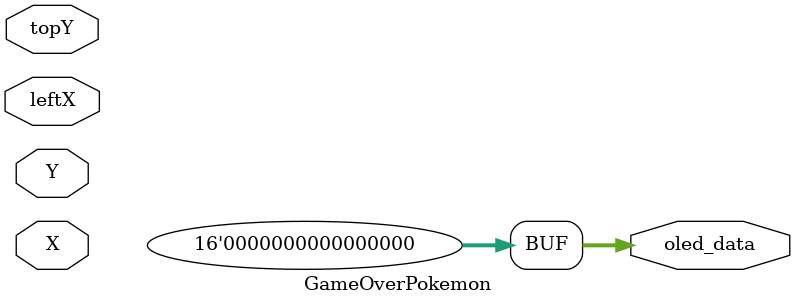
<source format=v>
`timescale 1ns / 1ps


module GameOverPokemon(
    input[6:0] X, 
    input [5:0] Y, 
    input [6:0] leftX,  
    input [5:0] topY, 
    output reg [15:0] oled_data = 16'b0
    );
    
    
    always @ (X or Y) begin
        oled_data = 16'b0;
//        if (X == leftX + 0 && Y == topY + 0) begin oled_data = 16'h2124; end
//        else if (X == leftX + 0 && Y == topY + 1) begin oled_data = 16'h2124; end
//        else if (X == leftX + 0 && Y == topY + 2) begin oled_data = 16'h2124; end
//        else if (X == leftX + 0 && Y == topY + 3) begin oled_data = 16'h2124; end
//        else if (X == leftX + 0 && Y == topY + 4) begin oled_data = 16'h2124; end
//        else if (X == leftX + 0 && Y == topY + 5) begin oled_data = 16'h2124; end
//        else if (X == leftX + 0 && Y == topY + 6) begin oled_data = 16'h2124; end
//        else if (X == leftX + 0 && Y == topY + 7) begin oled_data = 16'h2124; end
//        else if (X == leftX + 0 && Y == topY + 8) begin oled_data = 16'h2124; end
//        else if (X == leftX + 0 && Y == topY + 9) begin oled_data = 16'h2124; end
//        else if (X == leftX + 0 && Y == topY + 10) begin oled_data = 16'h2124; end
//        else if (X == leftX + 0 && Y == topY + 11) begin oled_data = 16'h2124; end
//        else if (X == leftX + 0 && Y == topY + 12) begin oled_data = 16'h2124; end
//        else if (X == leftX + 0 && Y == topY + 13) begin oled_data = 16'h2124; end
//        else if (X == leftX + 0 && Y == topY + 14) begin oled_data = 16'h2124; end
//        else if (X == leftX + 0 && Y == topY + 15) begin oled_data = 16'h2124; end
//        else if (X == leftX + 4 && Y == topY + 15) begin oled_data = 16'h2124; end
//        else if (X >= leftX + 17 && X <= leftX + 18 && Y == topY + 15) begin oled_data = 16'h2124; end
//        else if (X == leftX + 0 && Y == topY + 16) begin oled_data = 16'h2124; end
//        else if (X == leftX + 4 && Y == topY + 16) begin oled_data = 16'h2124; end
//        else if (X == leftX + 5 && Y == topY + 16) begin oled_data = 16'h2945; end
//        else if (X == leftX + 6 && Y == topY + 16) begin oled_data = 16'h618b; end
//        else if (X == leftX + 7 && Y == topY + 16) begin oled_data = 16'hbb95; end
//        else if (X == leftX + 8 && Y == topY + 16) begin oled_data = 16'hbdf7; end
//        else if (X == leftX + 9 && Y == topY + 16) begin oled_data = 16'hbdf7; end
//        else if (X == leftX + 10 && Y == topY + 16) begin oled_data = 16'hbdf7; end
//        else if (X == leftX + 11 && Y == topY + 16) begin oled_data = 16'hbdf7; end
//        else if (X == leftX + 12 && Y == topY + 16) begin oled_data = 16'hbdf7; end
//        else if (X == leftX + 13 && Y == topY + 16) begin oled_data = 16'hbdf7; end
//        else if (X == leftX + 14 && Y == topY + 16) begin oled_data = 16'hbdf7; end
//        else if (X == leftX + 15 && Y == topY + 16) begin oled_data = 16'hb5f7; end
//        else if (X == leftX + 16 && Y == topY + 16) begin oled_data = 16'h3513; end
//        else if (X == leftX + 17 && Y == topY + 16) begin oled_data = 16'h2a07; end
//        else if (X == leftX + 37 && Y == topY + 16) begin oled_data = 16'h2124; end
//        else if (X == leftX + 0 && Y == topY + 17) begin oled_data = 16'h2124; end
//        else if (X == leftX + 5 && Y == topY + 17) begin oled_data = 16'h2945; end
//        else if (X == leftX + 6 && Y == topY + 17) begin oled_data = 16'h79cd; end
//        else if (X == leftX + 7 && Y == topY + 17) begin oled_data = 16'hf49b; end
//        else if (X == leftX + 8 && Y == topY + 17) begin oled_data = 16'hffdf; end
//        else if (X >= leftX + 9 && X <= leftX + 14 && Y == topY + 17) begin oled_data = 16'hffff; end
//        else if (X == leftX + 15 && Y == topY + 17) begin oled_data = 16'hf7ff; end
//        else if (X == leftX + 16 && Y == topY + 17) begin oled_data = 16'h4eda; end
//        else if (X == leftX + 17 && Y == topY + 17) begin oled_data = 16'h2aca; end
//        else if (X == leftX + 34 && Y == topY + 17) begin oled_data = 16'h2945; end
//        else if (X == leftX + 35 && Y == topY + 17) begin oled_data = 16'h71ac; end
//        else if (X == leftX + 36 && Y == topY + 17) begin oled_data = 16'hacb4; end
//        else if (X == leftX + 37 && Y == topY + 17) begin oled_data = 16'had75; end
//        else if (X == leftX + 38 && Y == topY + 17) begin oled_data = 16'had75; end
//        else if (X == leftX + 39 && Y == topY + 17) begin oled_data = 16'ha575; end
//        else if (X == leftX + 40 && Y == topY + 17) begin oled_data = 16'h33ef; end
//        else if (X == leftX + 41 && Y == topY + 17) begin oled_data = 16'h2165; end
//        else if (X == leftX + 0 && Y == topY + 18) begin oled_data = 16'h2124; end
//        else if (X == leftX + 6 && Y == topY + 18) begin oled_data = 16'h3186; end
//        else if (X == leftX + 7 && Y == topY + 18) begin oled_data = 16'h72ec; end
//        else if (X == leftX + 8 && Y == topY + 18) begin oled_data = 16'hb635; end
//        else if (X == leftX + 9 && Y == topY + 18) begin oled_data = 16'hbff6; end
//        else if (X == leftX + 10 && Y == topY + 18) begin oled_data = 16'hbff6; end
//        else if (X == leftX + 11 && Y == topY + 18) begin oled_data = 16'hbff6; end
//        else if (X == leftX + 12 && Y == topY + 18) begin oled_data = 16'hbff7; end
//        else if (X == leftX + 13 && Y == topY + 18) begin oled_data = 16'hef1d; end
//        else if (X >= leftX + 14 && X <= leftX + 15 && Y == topY + 18) begin oled_data = 16'hffff; end
//        else if (X == leftX + 16 && Y == topY + 18) begin oled_data = 16'hdfff; end
//        else if (X == leftX + 17 && Y == topY + 18) begin oled_data = 16'h3638; end
//        else if (X == leftX + 18 && Y == topY + 18) begin oled_data = 16'h2a27; end
//        else if (X == leftX + 32 && Y == topY + 18) begin oled_data = 16'h2124; end
//        else if (X == leftX + 34 && Y == topY + 18) begin oled_data = 16'h3166; end
//        else if (X == leftX + 35 && Y == topY + 18) begin oled_data = 16'hb253; end
//        else if (X == leftX + 36 && Y == topY + 18) begin oled_data = 16'hff3f; end
//        else if (X >= leftX + 37 && X <= leftX + 39 && Y == topY + 18) begin oled_data = 16'hffff; end
//        else if (X == leftX + 40 && Y == topY + 18) begin oled_data = 16'h8f7d; end
//        else if (X == leftX + 41 && Y == topY + 18) begin oled_data = 16'h2a89; end
//        else if (X == leftX + 48 && Y == topY + 18) begin oled_data = 16'h2945; end
//        else if (X == leftX + 49 && Y == topY + 18) begin oled_data = 16'h2965; end
//        else if (X == leftX + 50 && Y == topY + 18) begin oled_data = 16'h2985; end
//        else if (X == leftX + 51 && Y == topY + 18) begin oled_data = 16'h29a5; end
//        else if (X == leftX + 52 && Y == topY + 18) begin oled_data = 16'h2985; end
//        else if (X == leftX + 57 && Y == topY + 18) begin oled_data = 16'h2124; end
//        else if (X == leftX + 0 && Y == topY + 19) begin oled_data = 16'h2124; end
//        else if (X == leftX + 7 && Y == topY + 19) begin oled_data = 16'h2184; end
//        else if (X == leftX + 8 && Y == topY + 19) begin oled_data = 16'h2a65; end
//        else if (X == leftX + 9 && Y == topY + 19) begin oled_data = 16'h2ac5; end
//        else if (X == leftX + 10 && Y == topY + 19) begin oled_data = 16'h2ac5; end
//        else if (X == leftX + 11 && Y == topY + 19) begin oled_data = 16'h2ac5; end
//        else if (X == leftX + 12 && Y == topY + 19) begin oled_data = 16'h630a; end
//        else if (X == leftX + 13 && Y == topY + 19) begin oled_data = 16'heb9a; end
//        else if (X >= leftX + 14 && X <= leftX + 15 && Y == topY + 19) begin oled_data = 16'hffff; end
//        else if (X == leftX + 16 && Y == topY + 19) begin oled_data = 16'hdfff; end
//        else if (X == leftX + 17 && Y == topY + 19) begin oled_data = 16'h3658; end
//        else if (X == leftX + 18 && Y == topY + 19) begin oled_data = 16'h426a; end
//        else if (X == leftX + 19 && Y == topY + 19) begin oled_data = 16'h9b11; end
//        else if (X == leftX + 20 && Y == topY + 19) begin oled_data = 16'hb596; end
//        else if (X == leftX + 21 && Y == topY + 19) begin oled_data = 16'hb596; end
//        else if (X == leftX + 22 && Y == topY + 19) begin oled_data = 16'ha596; end
//        else if (X == leftX + 23 && Y == topY + 19) begin oled_data = 16'h2d13; end
//        else if (X == leftX + 24 && Y == topY + 19) begin oled_data = 16'h21a5; end
//        else if (X == leftX + 25 && Y == topY + 19) begin oled_data = 16'h3166; end
//        else if (X == leftX + 26 && Y == topY + 19) begin oled_data = 16'h822e; end
//        else if (X == leftX + 27 && Y == topY + 19) begin oled_data = 16'hb596; end
//        else if (X == leftX + 28 && Y == topY + 19) begin oled_data = 16'hb596; end
//        else if (X == leftX + 29 && Y == topY + 19) begin oled_data = 16'hb596; end
//        else if (X == leftX + 30 && Y == topY + 19) begin oled_data = 16'h4d96; end
//        else if (X == leftX + 31 && Y == topY + 19) begin oled_data = 16'h2248; end
//        else if (X == leftX + 34 && Y == topY + 19) begin oled_data = 16'h59aa; end
//        else if (X == leftX + 35 && Y == topY + 19) begin oled_data = 16'hf47c; end
//        else if (X >= leftX + 36 && X <= leftX + 37 && Y == topY + 19) begin oled_data = 16'hffff; end
//        else if (X == leftX + 38 && Y == topY + 19) begin oled_data = 16'he7ff; end
//        else if (X == leftX + 39 && Y == topY + 19) begin oled_data = 16'hffff; end
//        else if (X == leftX + 40 && Y == topY + 19) begin oled_data = 16'hafbe; end
//        else if (X == leftX + 41 && Y == topY + 19) begin oled_data = 16'h2b6c; end
//        else if (X == leftX + 46 && Y == topY + 19) begin oled_data = 16'h3967; end
//        else if (X == leftX + 47 && Y == topY + 19) begin oled_data = 16'hba74; end
//        else if (X == leftX + 48 && Y == topY + 19) begin oled_data = 16'he67b; end
//        else if (X == leftX + 49 && Y == topY + 19) begin oled_data = 16'hf77e; end
//        else if (X == leftX + 50 && Y == topY + 19) begin oled_data = 16'hf7be; end
//        else if (X == leftX + 51 && Y == topY + 19) begin oled_data = 16'hf7be; end
//        else if (X == leftX + 52 && Y == topY + 19) begin oled_data = 16'he79e; end
//        else if (X == leftX + 53 && Y == topY + 19) begin oled_data = 16'hb6fb; end
//        else if (X == leftX + 54 && Y == topY + 19) begin oled_data = 16'h5d54; end
//        else if (X == leftX + 55 && Y == topY + 19) begin oled_data = 16'h22aa; end
//        else if (X == leftX + 0 && Y == topY + 20) begin oled_data = 16'h2124; end
//        else if (X == leftX + 12 && Y == topY + 20) begin oled_data = 16'h61ab; end
//        else if (X == leftX + 13 && Y == topY + 20) begin oled_data = 16'hf35a; end
//        else if (X >= leftX + 14 && X <= leftX + 15 && Y == topY + 20) begin oled_data = 16'hffff; end
//        else if (X == leftX + 16 && Y == topY + 20) begin oled_data = 16'hdfff; end
//        else if (X == leftX + 17 && Y == topY + 20) begin oled_data = 16'h3658; end
//        else if (X == leftX + 18 && Y == topY + 20) begin oled_data = 16'h428b; end
//        else if (X == leftX + 19 && Y == topY + 20) begin oled_data = 16'hb394; end
//        else if (X == leftX + 20 && Y == topY + 20) begin oled_data = 16'hff7e; end
//        else if (X >= leftX + 21 && X <= leftX + 22 && Y == topY + 20) begin oled_data = 16'hffff; end
//        else if (X == leftX + 23 && Y == topY + 20) begin oled_data = 16'h9fbe; end
//        else if (X == leftX + 24 && Y == topY + 20) begin oled_data = 16'h2c91; end
//        else if (X == leftX + 25 && Y == topY + 20) begin oled_data = 16'h39c8; end
//        else if (X == leftX + 26 && Y == topY + 20) begin oled_data = 16'hab13; end
//        else if (X == leftX + 27 && Y == topY + 20) begin oled_data = 16'hff7f; end
//        else if (X >= leftX + 28 && X <= leftX + 29 && Y == topY + 20) begin oled_data = 16'hffff; end
//        else if (X == leftX + 30 && Y == topY + 20) begin oled_data = 16'hafdf; end
//        else if (X == leftX + 31 && Y == topY + 20) begin oled_data = 16'h3513; end
//        else if (X == leftX + 32 && Y == topY + 20) begin oled_data = 16'h2185; end
//        else if (X == leftX + 34 && Y == topY + 20) begin oled_data = 16'h61aa; end
//        else if (X == leftX + 35 && Y == topY + 20) begin oled_data = 16'hf4bc; end
//        else if (X >= leftX + 36 && X <= leftX + 37 && Y == topY + 20) begin oled_data = 16'hffff; end
//        else if (X == leftX + 38 && Y == topY + 20) begin oled_data = 16'ha73f; end
//        else if (X == leftX + 39 && Y == topY + 20) begin oled_data = 16'hffdf; end
//        else if (X == leftX + 40 && Y == topY + 20) begin oled_data = 16'hffff; end
//        else if (X == leftX + 41 && Y == topY + 20) begin oled_data = 16'h66ba; end
//        else if (X == leftX + 42 && Y == topY + 20) begin oled_data = 16'h2207; end
//        else if (X == leftX + 46 && Y == topY + 20) begin oled_data = 16'h3166; end
//        else if (X == leftX + 47 && Y == topY + 20) begin oled_data = 16'ha312; end
//        else if (X == leftX + 48 && Y == topY + 20) begin oled_data = 16'hfdfd; end
//        else if (X >= leftX + 49 && X <= leftX + 54 && Y == topY + 20) begin oled_data = 16'hffff; end
//        else if (X == leftX + 55 && Y == topY + 20) begin oled_data = 16'hb7be; end
//        else if (X == leftX + 56 && Y == topY + 20) begin oled_data = 16'h6d54; end
//        else if (X == leftX + 57 && Y == topY + 20) begin oled_data = 16'h230b; end
//        else if (X == leftX + 59 && Y == topY + 20) begin oled_data = 16'h2124; end
//        else if (X == leftX + 0 && Y == topY + 21) begin oled_data = 16'h2124; end
//        else if (X == leftX + 6 && Y == topY + 21) begin oled_data = 16'h2945; end
//        else if (X == leftX + 7 && Y == topY + 21) begin oled_data = 16'h618a; end
//        else if (X == leftX + 8 && Y == topY + 21) begin oled_data = 16'hc355; end
//        else if (X == leftX + 9 && Y == topY + 21) begin oled_data = 16'hce79; end
//        else if (X == leftX + 10 && Y == topY + 21) begin oled_data = 16'hce79; end
//        else if (X == leftX + 11 && Y == topY + 21) begin oled_data = 16'hce79; end
//        else if (X == leftX + 12 && Y == topY + 21) begin oled_data = 16'hde9b; end
//        else if (X == leftX + 13 && Y == topY + 21) begin oled_data = 16'hf6fe; end
//        else if (X >= leftX + 14 && X <= leftX + 15 && Y == topY + 21) begin oled_data = 16'hffff; end
//        else if (X == leftX + 16 && Y == topY + 21) begin oled_data = 16'hd7ff; end
//        else if (X == leftX + 17 && Y == topY + 21) begin oled_data = 16'h3637; end
//        else if (X == leftX + 18 && Y == topY + 21) begin oled_data = 16'h3228; end
//        else if (X == leftX + 19 && Y == topY + 21) begin oled_data = 16'h79ed; end
//        else if (X == leftX + 20 && Y == topY + 21) begin oled_data = 16'hfe7d; end
//        else if (X >= leftX + 21 && X <= leftX + 23 && Y == topY + 21) begin oled_data = 16'hffff; end
//        else if (X == leftX + 24 && Y == topY + 21) begin oled_data = 16'h67de; end
//        else if (X == leftX + 25 && Y == topY + 21) begin oled_data = 16'h332d; end
//        else if (X == leftX + 26 && Y == topY + 21) begin oled_data = 16'h9a30; end
//        else if (X == leftX + 27 && Y == topY + 21) begin oled_data = 16'hff5f; end
//        else if (X >= leftX + 28 && X <= leftX + 29 && Y == topY + 21) begin oled_data = 16'hffff; end
//        else if (X == leftX + 30 && Y == topY + 21) begin oled_data = 16'hf7ff; end
//        else if (X == leftX + 31 && Y == topY + 21) begin oled_data = 16'h477d; end
//        else if (X == leftX + 32 && Y == topY + 21) begin oled_data = 16'h2228; end
//        else if (X == leftX + 34 && Y == topY + 21) begin oled_data = 16'h69cb; end
//        else if (X == leftX + 35 && Y == topY + 21) begin oled_data = 16'hfd1c; end
//        else if (X >= leftX + 36 && X <= leftX + 37 && Y == topY + 21) begin oled_data = 16'hffff; end
//        else if (X == leftX + 38 && Y == topY + 21) begin oled_data = 16'h8e5d; end
//        else if (X == leftX + 39 && Y == topY + 21) begin oled_data = 16'hfdbd; end
//        else if (X == leftX + 40 && Y == topY + 21) begin oled_data = 16'hffff; end
//        else if (X == leftX + 41 && Y == topY + 21) begin oled_data = 16'hdfff; end
//        else if (X == leftX + 42 && Y == topY + 21) begin oled_data = 16'h3cd2; end
//        else if (X == leftX + 43 && Y == topY + 21) begin oled_data = 16'h2165; end
//        else if (X == leftX + 47 && Y == topY + 21) begin oled_data = 16'h31c6; end
//        else if (X == leftX + 48 && Y == topY + 21) begin oled_data = 16'h83ee; end
//        else if (X == leftX + 49 && Y == topY + 21) begin oled_data = 16'h8791; end
//        else if (X == leftX + 50 && Y == topY + 21) begin oled_data = 16'h5ecb; end
//        else if (X == leftX + 51 && Y == topY + 21) begin oled_data = 16'h5629; end
//        else if (X == leftX + 52 && Y == topY + 21) begin oled_data = 16'h85ce; end
//        else if (X == leftX + 53 && Y == topY + 21) begin oled_data = 16'he55a; end
//        else if (X == leftX + 54 && Y == topY + 21) begin oled_data = 16'hff7f; end
//        else if (X == leftX + 55 && Y == topY + 21) begin oled_data = 16'hffff; end
//        else if (X == leftX + 56 && Y == topY + 21) begin oled_data = 16'hf7ff; end
//        else if (X == leftX + 57 && Y == topY + 21) begin oled_data = 16'h677d; end
//        else if (X == leftX + 58 && Y == topY + 21) begin oled_data = 16'h22ca; end
//        else if (X == leftX + 60 && Y == topY + 21) begin oled_data = 16'h2124; end
//        else if (X == leftX + 0 && Y == topY + 22) begin oled_data = 16'h2124; end
//        else if (X == leftX + 6 && Y == topY + 22) begin oled_data = 16'h51a9; end
//        else if (X == leftX + 7 && Y == topY + 22) begin oled_data = 16'he2b9; end
//        else if (X == leftX + 8 && Y == topY + 22) begin oled_data = 16'hffbf; end
//        else if (X >= leftX + 9 && X <= leftX + 14 && Y == topY + 22) begin oled_data = 16'hffff; end
//        else if (X == leftX + 15 && Y == topY + 22) begin oled_data = 16'hefff; end
//        else if (X == leftX + 16 && Y == topY + 22) begin oled_data = 16'h475b; end
//        else if (X == leftX + 17 && Y == topY + 22) begin oled_data = 16'h2b0a; end
//        else if (X == leftX + 18 && Y == topY + 22) begin oled_data = 16'h2965; end
//        else if (X == leftX + 19 && Y == topY + 22) begin oled_data = 16'h81ee; end
//        else if (X == leftX + 20 && Y == topY + 22) begin oled_data = 16'hfebe; end
//        else if (X == leftX + 21 && Y == topY + 22) begin oled_data = 16'hffff; end
//        else if (X == leftX + 22 && Y == topY + 22) begin oled_data = 16'hcfff; end
//        else if (X == leftX + 23 && Y == topY + 22) begin oled_data = 16'hffff; end
//        else if (X == leftX + 24 && Y == topY + 22) begin oled_data = 16'ha7ff; end
//        else if (X == leftX + 25 && Y == topY + 22) begin oled_data = 16'h4515; end
//        else if (X == leftX + 26 && Y == topY + 22) begin oled_data = 16'hc397; end
//        else if (X == leftX + 27 && Y == topY + 22) begin oled_data = 16'hffff; end
//        else if (X == leftX + 28 && Y == topY + 22) begin oled_data = 16'hdfff; end
//        else if (X == leftX + 29 && Y == topY + 22) begin oled_data = 16'hf7ff; end
//        else if (X == leftX + 30 && Y == topY + 22) begin oled_data = 16'hffff; end
//        else if (X == leftX + 31 && Y == topY + 22) begin oled_data = 16'h4fbe; end
//        else if (X == leftX + 32 && Y == topY + 22) begin oled_data = 16'h2269; end
//        else if (X == leftX + 34 && Y == topY + 22) begin oled_data = 16'h51c9; end
//        else if (X == leftX + 35 && Y == topY + 22) begin oled_data = 16'he439; end
//        else if (X == leftX + 36 && Y == topY + 22) begin oled_data = 16'hffdf; end
//        else if (X == leftX + 37 && Y == topY + 22) begin oled_data = 16'hffff; end
//        else if (X == leftX + 38 && Y == topY + 22) begin oled_data = 16'h975d; end
//        else if (X == leftX + 39 && Y == topY + 22) begin oled_data = 16'h9cd4; end
//        else if (X == leftX + 40 && Y == topY + 22) begin oled_data = 16'hf5fc; end
//        else if (X == leftX + 41 && Y == topY + 22) begin oled_data = 16'hffff; end
//        else if (X == leftX + 42 && Y == topY + 22) begin oled_data = 16'hc79d; end
//        else if (X == leftX + 43 && Y == topY + 22) begin oled_data = 16'h4491; end
//        else if (X == leftX + 44 && Y == topY + 22) begin oled_data = 16'h2185; end
//        else if (X == leftX + 48 && Y == topY + 22) begin oled_data = 16'h2184; end
//        else if (X == leftX + 49 && Y == topY + 22) begin oled_data = 16'h21c4; end
//        else if (X == leftX + 50 && Y == topY + 22) begin oled_data = 16'h2164; end
//        else if (X == leftX + 52 && Y == topY + 22) begin oled_data = 16'h2164; end
//        else if (X == leftX + 53 && Y == topY + 22) begin oled_data = 16'h5a0a; end
//        else if (X == leftX + 54 && Y == topY + 22) begin oled_data = 16'heb5a; end
//        else if (X == leftX + 55 && Y == topY + 22) begin oled_data = 16'hffdf; end
//        else if (X == leftX + 56 && Y == topY + 22) begin oled_data = 16'hffff; end
//        else if (X == leftX + 57 && Y == topY + 22) begin oled_data = 16'hc7ff; end
//        else if (X == leftX + 58 && Y == topY + 22) begin oled_data = 16'h2db6; end
//        else if (X == leftX + 59 && Y == topY + 22) begin oled_data = 16'h2185; end
//        else if (X == leftX + 60 && Y == topY + 22) begin oled_data = 16'h2124; end
//        else if (X == leftX + 0 && Y == topY + 23) begin oled_data = 16'h2124; end
//        else if (X == leftX + 6 && Y == topY + 23) begin oled_data = 16'h41a7; end
//        else if (X == leftX + 7 && Y == topY + 23) begin oled_data = 16'h9bb0; end
//        else if (X == leftX + 8 && Y == topY + 23) begin oled_data = 16'ha7d4; end
//        else if (X == leftX + 9 && Y == topY + 23) begin oled_data = 16'ha7d4; end
//        else if (X == leftX + 10 && Y == topY + 23) begin oled_data = 16'ha7d4; end
//        else if (X == leftX + 11 && Y == topY + 23) begin oled_data = 16'hafd4; end
//        else if (X == leftX + 12 && Y == topY + 23) begin oled_data = 16'he69b; end
//        else if (X >= leftX + 13 && X <= leftX + 14 && Y == topY + 23) begin oled_data = 16'hffff; end
//        else if (X == leftX + 15 && Y == topY + 23) begin oled_data = 16'hefff; end
//        else if (X == leftX + 16 && Y == topY + 23) begin oled_data = 16'h3eba; end
//        else if (X == leftX + 17 && Y == topY + 23) begin oled_data = 16'h2a69; end
//        else if (X == leftX + 18 && Y == topY + 23) begin oled_data = 16'h3145; end
//        else if (X == leftX + 19 && Y == topY + 23) begin oled_data = 16'h8a0f; end
//        else if (X == leftX + 20 && Y == topY + 23) begin oled_data = 16'hff1e; end
//        else if (X == leftX + 21 && Y == topY + 23) begin oled_data = 16'hffff; end
//        else if (X == leftX + 22 && Y == topY + 23) begin oled_data = 16'h9fff; end
//        else if (X == leftX + 23 && Y == topY + 23) begin oled_data = 16'hf7ff; end
//        else if (X == leftX + 24 && Y == topY + 23) begin oled_data = 16'hdfff; end
//        else if (X == leftX + 25 && Y == topY + 23) begin oled_data = 16'h56dc; end
//        else if (X == leftX + 26 && Y == topY + 23) begin oled_data = 16'he57b; end
//        else if (X == leftX + 27 && Y == topY + 23) begin oled_data = 16'hffff; end
//        else if (X == leftX + 28 && Y == topY + 23) begin oled_data = 16'hafff; end
//        else if (X == leftX + 29 && Y == topY + 23) begin oled_data = 16'hefff; end
//        else if (X == leftX + 30 && Y == topY + 23) begin oled_data = 16'hf7ff; end
//        else if (X == leftX + 31 && Y == topY + 23) begin oled_data = 16'h57be; end
//        else if (X == leftX + 32 && Y == topY + 23) begin oled_data = 16'h22a9; end
//        else if (X == leftX + 34 && Y == topY + 23) begin oled_data = 16'h3986; end
//        else if (X == leftX + 35 && Y == topY + 23) begin oled_data = 16'hd276; end
//        else if (X == leftX + 36 && Y == topY + 23) begin oled_data = 16'hffdf; end
//        else if (X == leftX + 37 && Y == topY + 23) begin oled_data = 16'hffff; end
//        else if (X == leftX + 38 && Y == topY + 23) begin oled_data = 16'hc7df; end
//        else if (X == leftX + 39 && Y == topY + 23) begin oled_data = 16'h6c92; end
//        else if (X == leftX + 40 && Y == topY + 23) begin oled_data = 16'hc396; end
//        else if (X == leftX + 41 && Y == topY + 23) begin oled_data = 16'hff9f; end
//        else if (X == leftX + 42 && Y == topY + 23) begin oled_data = 16'hffff; end
//        else if (X == leftX + 43 && Y == topY + 23) begin oled_data = 16'hb7be; end
//        else if (X == leftX + 44 && Y == topY + 23) begin oled_data = 16'h2b8d; end
//        else if (X == leftX + 46 && Y == topY + 23) begin oled_data = 16'h2924; end
//        else if (X == leftX + 47 && Y == topY + 23) begin oled_data = 16'h3947; end
//        else if (X == leftX + 48 && Y == topY + 23) begin oled_data = 16'h4208; end
//        else if (X == leftX + 49 && Y == topY + 23) begin oled_data = 16'h4228; end
//        else if (X == leftX + 50 && Y == topY + 23) begin oled_data = 16'h4228; end
//        else if (X == leftX + 51 && Y == topY + 23) begin oled_data = 16'h4228; end
//        else if (X == leftX + 52 && Y == topY + 23) begin oled_data = 16'h2a48; end
//        else if (X == leftX + 53 && Y == topY + 23) begin oled_data = 16'h3186; end
//        else if (X == leftX + 54 && Y == topY + 23) begin oled_data = 16'ha992; end
//        else if (X == leftX + 55 && Y == topY + 23) begin oled_data = 16'hfe5e; end
//        else if (X == leftX + 56 && Y == topY + 23) begin oled_data = 16'hffff; end
//        else if (X == leftX + 57 && Y == topY + 23) begin oled_data = 16'hf7ff; end
//        else if (X == leftX + 58 && Y == topY + 23) begin oled_data = 16'h471b; end
//        else if (X == leftX + 59 && Y == topY + 23) begin oled_data = 16'h2207; end
//        else if (X == leftX + 60 && Y == topY + 23) begin oled_data = 16'h2124; end
//        else if (X == leftX + 0 && Y == topY + 24) begin oled_data = 16'h2124; end
//        else if (X == leftX + 7 && Y == topY + 24) begin oled_data = 16'h21a4; end
//        else if (X == leftX + 8 && Y == topY + 24) begin oled_data = 16'h2a24; end
//        else if (X == leftX + 9 && Y == topY + 24) begin oled_data = 16'h2a24; end
//        else if (X == leftX + 10 && Y == topY + 24) begin oled_data = 16'h2a25; end
//        else if (X == leftX + 11 && Y == topY + 24) begin oled_data = 16'h4267; end
//        else if (X == leftX + 12 && Y == topY + 24) begin oled_data = 16'hab32; end
//        else if (X == leftX + 13 && Y == topY + 24) begin oled_data = 16'hf63d; end
//        else if (X == leftX + 14 && Y == topY + 24) begin oled_data = 16'hffff; end
//        else if (X == leftX + 15 && Y == topY + 24) begin oled_data = 16'hf7ff; end
//        else if (X == leftX + 16 && Y == topY + 24) begin oled_data = 16'h8f5c; end
//        else if (X == leftX + 17 && Y == topY + 24) begin oled_data = 16'h3450; end
//        else if (X == leftX + 18 && Y == topY + 24) begin oled_data = 16'h622c; end
//        else if (X == leftX + 19 && Y == topY + 24) begin oled_data = 16'hed7b; end
//        else if (X == leftX + 20 && Y == topY + 24) begin oled_data = 16'hffff; end
//        else if (X == leftX + 21 && Y == topY + 24) begin oled_data = 16'hc7ff; end
//        else if (X == leftX + 22 && Y == topY + 24) begin oled_data = 16'h97bf; end
//        else if (X == leftX + 23 && Y == topY + 24) begin oled_data = 16'hffff; end
//        else if (X == leftX + 24 && Y == topY + 24) begin oled_data = 16'h97ff; end
//        else if (X == leftX + 25 && Y == topY + 24) begin oled_data = 16'haf3e; end
//        else if (X == leftX + 26 && Y == topY + 24) begin oled_data = 16'hffdf; end
//        else if (X == leftX + 27 && Y == topY + 24) begin oled_data = 16'hb7ff; end
//        else if (X == leftX + 28 && Y == topY + 24) begin oled_data = 16'hafff; end
//        else if (X == leftX + 29 && Y == topY + 24) begin oled_data = 16'hffff; end
//        else if (X == leftX + 30 && Y == topY + 24) begin oled_data = 16'hafff; end
//        else if (X == leftX + 31 && Y == topY + 24) begin oled_data = 16'h3594; end
//        else if (X == leftX + 32 && Y == topY + 24) begin oled_data = 16'h2165; end
//        else if (X == leftX + 33 && Y == topY + 24) begin oled_data = 16'h2944; end
//        else if (X == leftX + 34 && Y == topY + 24) begin oled_data = 16'h69ac; end
//        else if (X == leftX + 35 && Y == topY + 24) begin oled_data = 16'hecdb; end
//        else if (X >= leftX + 36 && X <= leftX + 42 && Y == topY + 24) begin oled_data = 16'hffff; end
//        else if (X == leftX + 43 && Y == topY + 24) begin oled_data = 16'he7ff; end
//        else if (X == leftX + 44 && Y == topY + 24) begin oled_data = 16'h3d13; end
//        else if (X == leftX + 45 && Y == topY + 24) begin oled_data = 16'h2985; end
//        else if (X == leftX + 46 && Y == topY + 24) begin oled_data = 16'h916f; end
//        else if (X == leftX + 47 && Y == topY + 24) begin oled_data = 16'hf53c; end
//        else if (X == leftX + 48 && Y == topY + 24) begin oled_data = 16'hffdf; end
//        else if (X >= leftX + 49 && X <= leftX + 50 && Y == topY + 24) begin oled_data = 16'hffff; end
//        else if (X == leftX + 51 && Y == topY + 24) begin oled_data = 16'hb7ff; end
//        else if (X == leftX + 52 && Y == topY + 24) begin oled_data = 16'h3e16; end
//        else if (X == leftX + 53 && Y == topY + 24) begin oled_data = 16'h5a0c; end
//        else if (X == leftX + 54 && Y == topY + 24) begin oled_data = 16'heb5a; end
//        else if (X == leftX + 55 && Y == topY + 24) begin oled_data = 16'hff9f; end
//        else if (X == leftX + 56 && Y == topY + 24) begin oled_data = 16'hffff; end
//        else if (X == leftX + 57 && Y == topY + 24) begin oled_data = 16'h9fff; end
//        else if (X == leftX + 58 && Y == topY + 24) begin oled_data = 16'h3512; end
//        else if (X == leftX + 59 && Y == topY + 24) begin oled_data = 16'h2185; end
//        else if (X == leftX + 60 && Y == topY + 24) begin oled_data = 16'h2124; end
//        else if (X == leftX + 0 && Y == topY + 25) begin oled_data = 16'h2124; end
//        else if (X == leftX + 11 && Y == topY + 25) begin oled_data = 16'h3146; end
//        else if (X == leftX + 12 && Y == topY + 25) begin oled_data = 16'h89ee; end
//        else if (X == leftX + 13 && Y == topY + 25) begin oled_data = 16'hec9b; end
//        else if (X >= leftX + 14 && X <= leftX + 15 && Y == topY + 25) begin oled_data = 16'hffff; end
//        else if (X == leftX + 16 && Y == topY + 25) begin oled_data = 16'hb7df; end
//        else if (X == leftX + 17 && Y == topY + 25) begin oled_data = 16'h3db5; end
//        else if (X == leftX + 18 && Y == topY + 25) begin oled_data = 16'h6a8e; end
//        else if (X == leftX + 19 && Y == topY + 25) begin oled_data = 16'hf5fd; end
//        else if (X == leftX + 20 && Y == topY + 25) begin oled_data = 16'hffff; end
//        else if (X == leftX + 21 && Y == topY + 25) begin oled_data = 16'hbfff; end
//        else if (X == leftX + 22 && Y == topY + 25) begin oled_data = 16'h865d; end
//        else if (X == leftX + 23 && Y == topY + 25) begin oled_data = 16'hffdf; end
//        else if (X == leftX + 24 && Y == topY + 25) begin oled_data = 16'hc7ff; end
//        else if (X == leftX + 25 && Y == topY + 25) begin oled_data = 16'hc7ff; end
//        else if (X == leftX + 26 && Y == topY + 25) begin oled_data = 16'hffff; end
//        else if (X == leftX + 27 && Y == topY + 25) begin oled_data = 16'h7fdf; end
//        else if (X == leftX + 28 && Y == topY + 25) begin oled_data = 16'hcefe; end
//        else if (X == leftX + 29 && Y == topY + 25) begin oled_data = 16'hffff; end
//        else if (X == leftX + 30 && Y == topY + 25) begin oled_data = 16'hb7ff; end
//        else if (X == leftX + 31 && Y == topY + 25) begin oled_data = 16'h2d54; end
//        else if (X == leftX + 32 && Y == topY + 25) begin oled_data = 16'h2165; end
//        else if (X == leftX + 33 && Y == topY + 25) begin oled_data = 16'h4187; end
//        else if (X == leftX + 34 && Y == topY + 25) begin oled_data = 16'hcb16; end
//        else if (X == leftX + 35 && Y == topY + 25) begin oled_data = 16'hffdf; end
//        else if (X == leftX + 36 && Y == topY + 25) begin oled_data = 16'hffff; end
//        else if (X == leftX + 37 && Y == topY + 25) begin oled_data = 16'hf7ff; end
//        else if (X == leftX + 38 && Y == topY + 25) begin oled_data = 16'hc7fb; end
//        else if (X == leftX + 39 && Y == topY + 25) begin oled_data = 16'hc7d7; end
//        else if (X == leftX + 40 && Y == topY + 25) begin oled_data = 16'hcf99; end
//        else if (X == leftX + 41 && Y == topY + 25) begin oled_data = 16'hff5e; end
//        else if (X == leftX + 42 && Y == topY + 25) begin oled_data = 16'hffff; end
//        else if (X == leftX + 43 && Y == topY + 25) begin oled_data = 16'hdfff; end
//        else if (X == leftX + 44 && Y == topY + 25) begin oled_data = 16'h4d33; end
//        else if (X == leftX + 45 && Y == topY + 25) begin oled_data = 16'h29a6; end
//        else if (X == leftX + 46 && Y == topY + 25) begin oled_data = 16'ha191; end
//        else if (X == leftX + 47 && Y == topY + 25) begin oled_data = 16'hfdde; end
//        else if (X >= leftX + 48 && X <= leftX + 49 && Y == topY + 25) begin oled_data = 16'hffff; end
//        else if (X == leftX + 50 && Y == topY + 25) begin oled_data = 16'hdffc; end
//        else if (X == leftX + 51 && Y == topY + 25) begin oled_data = 16'h97fb; end
//        else if (X == leftX + 52 && Y == topY + 25) begin oled_data = 16'h34d1; end
//        else if (X == leftX + 53 && Y == topY + 25) begin oled_data = 16'h69ac; end
//        else if (X == leftX + 54 && Y == topY + 25) begin oled_data = 16'hfc1c; end
//        else if (X >= leftX + 55 && X <= leftX + 56 && Y == topY + 25) begin oled_data = 16'hffff; end
//        else if (X == leftX + 57 && Y == topY + 25) begin oled_data = 16'h7fff; end
//        else if (X == leftX + 58 && Y == topY + 25) begin oled_data = 16'h2bad; end
//        else if (X == leftX + 0 && Y == topY + 26) begin oled_data = 16'h2124; end
//        else if (X == leftX + 4 && Y == topY + 26) begin oled_data = 16'h2124; end
//        else if (X == leftX + 5 && Y == topY + 26) begin oled_data = 16'h2944; end
//        else if (X == leftX + 6 && Y == topY + 26) begin oled_data = 16'h5188; end
//        else if (X == leftX + 7 && Y == topY + 26) begin oled_data = 16'h8acf; end
//        else if (X == leftX + 8 && Y == topY + 26) begin oled_data = 16'h9492; end
//        else if (X == leftX + 9 && Y == topY + 26) begin oled_data = 16'h94b2; end
//        else if (X == leftX + 10 && Y == topY + 26) begin oled_data = 16'h94b2; end
//        else if (X == leftX + 11 && Y == topY + 26) begin oled_data = 16'hacf4; end
//        else if (X == leftX + 12 && Y == topY + 26) begin oled_data = 16'hf59c; end
//        else if (X >= leftX + 13 && X <= leftX + 14 && Y == topY + 26) begin oled_data = 16'hffff; end
//        else if (X == leftX + 15 && Y == topY + 26) begin oled_data = 16'hf7ff; end
//        else if (X == leftX + 16 && Y == topY + 26) begin oled_data = 16'h6f7c; end
//        else if (X == leftX + 17 && Y == topY + 26) begin oled_data = 16'h344f; end
//        else if (X == leftX + 18 && Y == topY + 26) begin oled_data = 16'h41e8; end
//        else if (X == leftX + 19 && Y == topY + 26) begin oled_data = 16'hbbb4; end
//        else if (X == leftX + 20 && Y == topY + 26) begin oled_data = 16'hffdf; end
//        else if (X == leftX + 21 && Y == topY + 26) begin oled_data = 16'hf7ff; end
//        else if (X == leftX + 22 && Y == topY + 26) begin oled_data = 16'h779f; end
//        else if (X == leftX + 23 && Y == topY + 26) begin oled_data = 16'hae38; end
//        else if (X == leftX + 24 && Y == topY + 26) begin oled_data = 16'hf7df; end
//        else if (X == leftX + 25 && Y == topY + 26) begin oled_data = 16'hefff; end
//        else if (X == leftX + 26 && Y == topY + 26) begin oled_data = 16'hffff; end
//        else if (X == leftX + 27 && Y == topY + 26) begin oled_data = 16'hb7ff; end
//        else if (X == leftX + 28 && Y == topY + 26) begin oled_data = 16'h865c; end
//        else if (X == leftX + 29 && Y == topY + 26) begin oled_data = 16'hff5e; end
//        else if (X == leftX + 30 && Y == topY + 26) begin oled_data = 16'hf7ff; end
//        else if (X == leftX + 31 && Y == topY + 26) begin oled_data = 16'h777d; end
//        else if (X == leftX + 32 && Y == topY + 26) begin oled_data = 16'h2b6d; end
//        else if (X == leftX + 33 && Y == topY + 26) begin oled_data = 16'h5189; end
//        else if (X == leftX + 34 && Y == topY + 26) begin oled_data = 16'hcbb7; end
//        else if (X == leftX + 35 && Y == topY + 26) begin oled_data = 16'hffbf; end
//        else if (X == leftX + 36 && Y == topY + 26) begin oled_data = 16'hffff; end
//        else if (X == leftX + 37 && Y == topY + 26) begin oled_data = 16'hc7be; end
//        else if (X == leftX + 38 && Y == topY + 26) begin oled_data = 16'h3cb1; end
//        else if (X == leftX + 39 && Y == topY + 26) begin oled_data = 16'h2a05; end
//        else if (X == leftX + 40 && Y == topY + 26) begin oled_data = 16'h4a68; end
//        else if (X == leftX + 41 && Y == topY + 26) begin oled_data = 16'hdbb8; end
//        else if (X >= leftX + 42 && X <= leftX + 43 && Y == topY + 26) begin oled_data = 16'hffff; end
//        else if (X == leftX + 44 && Y == topY + 26) begin oled_data = 16'ha7be; end
//        else if (X == leftX + 45 && Y == topY + 26) begin oled_data = 16'h332c; end
//        else if (X == leftX + 46 && Y == topY + 26) begin oled_data = 16'h69cb; end
//        else if (X == leftX + 47 && Y == topY + 26) begin oled_data = 16'hec3a; end
//        else if (X == leftX + 48 && Y == topY + 26) begin oled_data = 16'hffbf; end
//        else if (X == leftX + 49 && Y == topY + 26) begin oled_data = 16'hefff; end
//        else if (X == leftX + 50 && Y == topY + 26) begin oled_data = 16'h77d7; end
//        else if (X == leftX + 51 && Y == topY + 26) begin oled_data = 16'h360d; end
//        else if (X == leftX + 52 && Y == topY + 26) begin oled_data = 16'h29e5; end
//        else if (X == leftX + 53 && Y == topY + 26) begin oled_data = 16'h618b; end
//        else if (X == leftX + 54 && Y == topY + 26) begin oled_data = 16'hebda; end
//        else if (X == leftX + 55 && Y == topY + 26) begin oled_data = 16'hffdf; end
//        else if (X == leftX + 56 && Y == topY + 26) begin oled_data = 16'hffff; end
//        else if (X == leftX + 57 && Y == topY + 26) begin oled_data = 16'hafff; end
//        else if (X == leftX + 58 && Y == topY + 26) begin oled_data = 16'h2d13; end
//        else if (X == leftX + 59 && Y == topY + 26) begin oled_data = 16'h2185; end
//        else if (X == leftX + 0 && Y == topY + 27) begin oled_data = 16'h2124; end
//        else if (X == leftX + 6 && Y == topY + 27) begin oled_data = 16'h4988; end
//        else if (X == leftX + 7 && Y == topY + 27) begin oled_data = 16'hc295; end
//        else if (X == leftX + 8 && Y == topY + 27) begin oled_data = 16'hff3f; end
//        else if (X >= leftX + 9 && X <= leftX + 15 && Y == topY + 27) begin oled_data = 16'hffff; end
//        else if (X == leftX + 16 && Y == topY + 27) begin oled_data = 16'hcfff; end
//        else if (X == leftX + 17 && Y == topY + 27) begin oled_data = 16'h3e38; end
//        else if (X == leftX + 18 && Y == topY + 27) begin oled_data = 16'h6a8e; end
//        else if (X == leftX + 19 && Y == topY + 27) begin oled_data = 16'he59b; end
//        else if (X == leftX + 20 && Y == topY + 27) begin oled_data = 16'hffff; end
//        else if (X == leftX + 21 && Y == topY + 27) begin oled_data = 16'hc7ff; end
//        else if (X == leftX + 22 && Y == topY + 27) begin oled_data = 16'h56da; end
//        else if (X == leftX + 23 && Y == topY + 27) begin oled_data = 16'hccd9; end
//        else if (X == leftX + 24 && Y == topY + 27) begin oled_data = 16'hffdf; end
//        else if (X == leftX + 25 && Y == topY + 27) begin oled_data = 16'hffff; end
//        else if (X == leftX + 26 && Y == topY + 27) begin oled_data = 16'hdfff; end
//        else if (X == leftX + 27 && Y == topY + 27) begin oled_data = 16'h5f7c; end
//        else if (X == leftX + 28 && Y == topY + 27) begin oled_data = 16'hc57a; end
//        else if (X == leftX + 29 && Y == topY + 27) begin oled_data = 16'hffbf; end
//        else if (X == leftX + 30 && Y == topY + 27) begin oled_data = 16'hdfff; end
//        else if (X == leftX + 31 && Y == topY + 27) begin oled_data = 16'h471a; end
//        else if (X == leftX + 32 && Y == topY + 27) begin oled_data = 16'h3289; end
//        else if (X == leftX + 33 && Y == topY + 27) begin oled_data = 16'h9a30; end
//        else if (X == leftX + 34 && Y == topY + 27) begin oled_data = 16'hfe9e; end
//        else if (X >= leftX + 35 && X <= leftX + 36 && Y == topY + 27) begin oled_data = 16'hffff; end
//        else if (X == leftX + 37 && Y == topY + 27) begin oled_data = 16'h5e99; end
//        else if (X == leftX + 38 && Y == topY + 27) begin oled_data = 16'h29e7; end
//        else if (X == leftX + 40 && Y == topY + 27) begin oled_data = 16'h49c8; end
//        else if (X == leftX + 41 && Y == topY + 27) begin oled_data = 16'hd437; end
//        else if (X == leftX + 42 && Y == topY + 27) begin oled_data = 16'hff9f; end
//        else if (X == leftX + 43 && Y == topY + 27) begin oled_data = 16'hffff; end
//        else if (X == leftX + 44 && Y == topY + 27) begin oled_data = 16'hb7be; end
//        else if (X == leftX + 45 && Y == topY + 27) begin oled_data = 16'h338d; end
//        else if (X == leftX + 46 && Y == topY + 27) begin oled_data = 16'h698b; end
//        else if (X == leftX + 47 && Y == topY + 27) begin oled_data = 16'hdbb9; end
//        else if (X == leftX + 48 && Y == topY + 27) begin oled_data = 16'hffbf; end
//        else if (X == leftX + 49 && Y == topY + 27) begin oled_data = 16'hefff; end
//        else if (X == leftX + 50 && Y == topY + 27) begin oled_data = 16'h77bd; end
//        else if (X == leftX + 51 && Y == topY + 27) begin oled_data = 16'h3bcf; end
//        else if (X == leftX + 52 && Y == topY + 27) begin oled_data = 16'h69ab; end
//        else if (X == leftX + 53 && Y == topY + 27) begin oled_data = 16'hb3d4; end
//        else if (X == leftX + 54 && Y == topY + 27) begin oled_data = 16'hf63d; end
//        else if (X == leftX + 55 && Y == topY + 27) begin oled_data = 16'hffff; end
//        else if (X == leftX + 56 && Y == topY + 27) begin oled_data = 16'he7ff; end
//        else if (X == leftX + 57 && Y == topY + 27) begin oled_data = 16'h87d8; end
//        else if (X == leftX + 58 && Y == topY + 27) begin oled_data = 16'h344f; end
//        else if (X == leftX + 59 && Y == topY + 27) begin oled_data = 16'h2165; end
//        else if (X == leftX + 0 && Y == topY + 28) begin oled_data = 16'h2124; end
//        else if (X == leftX + 5 && Y == topY + 28) begin oled_data = 16'h3166; end
//        else if (X == leftX + 6 && Y == topY + 28) begin oled_data = 16'h8a0f; end
//        else if (X == leftX + 7 && Y == topY + 28) begin oled_data = 16'hd679; end
//        else if (X == leftX + 8 && Y == topY + 28) begin oled_data = 16'hd7fa; end
//        else if (X == leftX + 9 && Y == topY + 28) begin oled_data = 16'hd7fa; end
//        else if (X == leftX + 10 && Y == topY + 28) begin oled_data = 16'hd7fa; end
//        else if (X == leftX + 11 && Y == topY + 28) begin oled_data = 16'hd7fa; end
//        else if (X == leftX + 12 && Y == topY + 28) begin oled_data = 16'hd7fa; end
//        else if (X == leftX + 13 && Y == topY + 28) begin oled_data = 16'hd7fa; end
//        else if (X == leftX + 14 && Y == topY + 28) begin oled_data = 16'hd7fa; end
//        else if (X == leftX + 15 && Y == topY + 28) begin oled_data = 16'hcffa; end
//        else if (X == leftX + 16 && Y == topY + 28) begin oled_data = 16'h4697; end
//        else if (X == leftX + 17 && Y == topY + 28) begin oled_data = 16'h2ac9; end
//        else if (X == leftX + 18 && Y == topY + 28) begin oled_data = 16'h41c8; end
//        else if (X == leftX + 19 && Y == topY + 28) begin oled_data = 16'hc3d5; end
//        else if (X == leftX + 20 && Y == topY + 28) begin oled_data = 16'hffff; end
//        else if (X == leftX + 21 && Y == topY + 28) begin oled_data = 16'hf7ff; end
//        else if (X == leftX + 22 && Y == topY + 28) begin oled_data = 16'h5fbe; end
//        else if (X == leftX + 23 && Y == topY + 28) begin oled_data = 16'h6431; end
//        else if (X == leftX + 24 && Y == topY + 28) begin oled_data = 16'hd5f9; end
//        else if (X == leftX + 25 && Y == topY + 28) begin oled_data = 16'hffff; end
//        else if (X == leftX + 26 && Y == topY + 28) begin oled_data = 16'hf7ff; end
//        else if (X == leftX + 27 && Y == topY + 28) begin oled_data = 16'h5f9e; end
//        else if (X == leftX + 28 && Y == topY + 28) begin oled_data = 16'h8413; end
//        else if (X == leftX + 29 && Y == topY + 28) begin oled_data = 16'hf6dd; end
//        else if (X == leftX + 30 && Y == topY + 28) begin oled_data = 16'hf7ff; end
//        else if (X == leftX + 31 && Y == topY + 28) begin oled_data = 16'h475d; end
//        else if (X == leftX + 32 && Y == topY + 28) begin oled_data = 16'h2a28; end
//        else if (X == leftX + 33 && Y == topY + 28) begin oled_data = 16'h5a8a; end
//        else if (X == leftX + 34 && Y == topY + 28) begin oled_data = 16'ha5f2; end
//        else if (X == leftX + 35 && Y == topY + 28) begin oled_data = 16'ha714; end
//        else if (X == leftX + 36 && Y == topY + 28) begin oled_data = 16'ha6f4; end
//        else if (X == leftX + 37 && Y == topY + 28) begin oled_data = 16'h5cd2; end
//        else if (X == leftX + 38 && Y == topY + 28) begin oled_data = 16'h29c6; end
//        else if (X == leftX + 40 && Y == topY + 28) begin oled_data = 16'h2164; end
//        else if (X == leftX + 41 && Y == topY + 28) begin oled_data = 16'h52a9; end
//        else if (X == leftX + 42 && Y == topY + 28) begin oled_data = 16'ha5b2; end
//        else if (X == leftX + 43 && Y == topY + 28) begin oled_data = 16'ha714; end
//        else if (X == leftX + 44 && Y == topY + 28) begin oled_data = 16'ha6f4; end
//        else if (X == leftX + 45 && Y == topY + 28) begin oled_data = 16'h54b1; end
//        else if (X == leftX + 46 && Y == topY + 28) begin oled_data = 16'h6a0c; end
//        else if (X == leftX + 47 && Y == topY + 28) begin oled_data = 16'he3fa; end
//        else if (X == leftX + 48 && Y == topY + 28) begin oled_data = 16'hffbf; end
//        else if (X == leftX + 49 && Y == topY + 28) begin oled_data = 16'hf7ff; end
//        else if (X == leftX + 50 && Y == topY + 28) begin oled_data = 16'hc7bd; end
//        else if (X == leftX + 51 && Y == topY + 28) begin oled_data = 16'hd65a; end
//        else if (X == leftX + 52 && Y == topY + 28) begin oled_data = 16'hff3e; end
//        else if (X >= leftX + 53 && X <= leftX + 55 && Y == topY + 28) begin oled_data = 16'hffff; end
//        else if (X == leftX + 56 && Y == topY + 28) begin oled_data = 16'hafff; end
//        else if (X == leftX + 57 && Y == topY + 28) begin oled_data = 16'h35f3; end
//        else if (X == leftX + 58 && Y == topY + 28) begin oled_data = 16'h21a5; end
//        else if (X == leftX + 0 && Y == topY + 29) begin oled_data = 16'h2124; end
//        else if (X == leftX + 6 && Y == topY + 29) begin oled_data = 16'h29c5; end
//        else if (X == leftX + 7 && Y == topY + 29) begin oled_data = 16'h3386; end
//        else if (X == leftX + 8 && Y == topY + 29) begin oled_data = 16'h33c5; end
//        else if (X == leftX + 9 && Y == topY + 29) begin oled_data = 16'h33c5; end
//        else if (X == leftX + 10 && Y == topY + 29) begin oled_data = 16'h33c5; end
//        else if (X == leftX + 11 && Y == topY + 29) begin oled_data = 16'h33c5; end
//        else if (X == leftX + 12 && Y == topY + 29) begin oled_data = 16'h33c5; end
//        else if (X == leftX + 13 && Y == topY + 29) begin oled_data = 16'h33c5; end
//        else if (X == leftX + 14 && Y == topY + 29) begin oled_data = 16'h33c5; end
//        else if (X == leftX + 15 && Y == topY + 29) begin oled_data = 16'h33a6; end
//        else if (X == leftX + 16 && Y == topY + 29) begin oled_data = 16'h2a25; end
//        else if (X == leftX + 17 && Y == topY + 29) begin oled_data = 16'h2965; end
//        else if (X == leftX + 18 && Y == topY + 29) begin oled_data = 16'h81ed; end
//        else if (X == leftX + 19 && Y == topY + 29) begin oled_data = 16'heebc; end
//        else if (X == leftX + 20 && Y == topY + 29) begin oled_data = 16'hf7fe; end
//        else if (X == leftX + 21 && Y == topY + 29) begin oled_data = 16'ha7fd; end
//        else if (X == leftX + 22 && Y == topY + 29) begin oled_data = 16'h3d94; end
//        else if (X == leftX + 23 && Y == topY + 29) begin oled_data = 16'h726d; end
//        else if (X == leftX + 24 && Y == topY + 29) begin oled_data = 16'hd6b9; end
//        else if (X == leftX + 25 && Y == topY + 29) begin oled_data = 16'hd7fa; end
//        else if (X == leftX + 26 && Y == topY + 29) begin oled_data = 16'h779a; end
//        else if (X == leftX + 27 && Y == topY + 29) begin oled_data = 16'h5490; end
//        else if (X == leftX + 28 && Y == topY + 29) begin oled_data = 16'hc437; end
//        else if (X == leftX + 29 && Y == topY + 29) begin oled_data = 16'hf7be; end
//        else if (X == leftX + 30 && Y == topY + 29) begin oled_data = 16'hdffe; end
//        else if (X == leftX + 31 && Y == topY + 29) begin oled_data = 16'h36b9; end
//        else if (X == leftX + 32 && Y == topY + 29) begin oled_data = 16'h21c6; end
//        else if (X == leftX + 34 && Y == topY + 29) begin oled_data = 16'h2164; end
//        else if (X == leftX + 35 && Y == topY + 29) begin oled_data = 16'h2164; end
//        else if (X == leftX + 36 && Y == topY + 29) begin oled_data = 16'h2164; end
//        else if (X == leftX + 38 && Y == topY + 29) begin oled_data = 16'h2124; end
//        else if (X == leftX + 42 && Y == topY + 29) begin oled_data = 16'h2164; end
//        else if (X == leftX + 43 && Y == topY + 29) begin oled_data = 16'h2164; end
//        else if (X == leftX + 44 && Y == topY + 29) begin oled_data = 16'h2164; end
//        else if (X == leftX + 46 && Y == topY + 29) begin oled_data = 16'h5189; end
//        else if (X == leftX + 47 && Y == topY + 29) begin oled_data = 16'hd377; end
//        else if (X == leftX + 48 && Y == topY + 29) begin oled_data = 16'hff9f; end
//        else if (X >= leftX + 49 && X <= leftX + 53 && Y == topY + 29) begin oled_data = 16'hffff; end
//        else if (X == leftX + 54 && Y == topY + 29) begin oled_data = 16'hcffb; end
//        else if (X == leftX + 55 && Y == topY + 29) begin oled_data = 16'h9ff4; end
//        else if (X == leftX + 56 && Y == topY + 29) begin oled_data = 16'h46b2; end
//        else if (X == leftX + 57 && Y == topY + 29) begin oled_data = 16'h2a67; end
//        else if (X == leftX + 0 && Y == topY + 30) begin oled_data = 16'h2124; end
//        else if (X == leftX + 18 && Y == topY + 30) begin oled_data = 16'h31c5; end
//        else if (X == leftX + 19 && Y == topY + 30) begin oled_data = 16'h3be7; end
//        else if (X == leftX + 20 && Y == topY + 30) begin oled_data = 16'h3c67; end
//        else if (X == leftX + 21 && Y == topY + 30) begin oled_data = 16'h3407; end
//        else if (X == leftX + 22 && Y == topY + 30) begin oled_data = 16'h21c5; end
//        else if (X == leftX + 23 && Y == topY + 30) begin oled_data = 16'h29a5; end
//        else if (X == leftX + 24 && Y == topY + 30) begin oled_data = 16'h3305; end
//        else if (X == leftX + 25 && Y == topY + 30) begin oled_data = 16'h3365; end
//        else if (X == leftX + 26 && Y == topY + 30) begin oled_data = 16'h2aa5; end
//        else if (X == leftX + 27 && Y == topY + 30) begin oled_data = 16'h2965; end
//        else if (X == leftX + 28 && Y == topY + 30) begin oled_data = 16'h3ac6; end
//        else if (X == leftX + 29 && Y == topY + 30) begin oled_data = 16'h4467; end
//        else if (X == leftX + 30 && Y == topY + 30) begin oled_data = 16'h3c67; end
//        else if (X == leftX + 31 && Y == topY + 30) begin oled_data = 16'h2aa6; end
//        else if (X == leftX + 46 && Y == topY + 30) begin oled_data = 16'h2984; end
//        else if (X == leftX + 47 && Y == topY + 30) begin oled_data = 16'h4407; end
//        else if (X == leftX + 48 && Y == topY + 30) begin oled_data = 16'h65eb; end
//        else if (X == leftX + 49 && Y == topY + 30) begin oled_data = 16'h870e; end
//        else if (X == leftX + 50 && Y == topY + 30) begin oled_data = 16'h8f90; end
//        else if (X == leftX + 51 && Y == topY + 30) begin oled_data = 16'h8f90; end
//        else if (X == leftX + 52 && Y == topY + 30) begin oled_data = 16'h7f6f; end
//        else if (X == leftX + 53 && Y == topY + 30) begin oled_data = 16'h56cb; end
//        else if (X == leftX + 54 && Y == topY + 30) begin oled_data = 16'h34e6; end
//        else if (X == leftX + 55 && Y == topY + 30) begin oled_data = 16'h2ac5; end
//        else if (X == leftX + 56 && Y == topY + 30) begin oled_data = 16'h21a4; end
//        else if (X == leftX + 0 && Y == topY + 31) begin oled_data = 16'h2124; end
//        else if (X == leftX + 26 && Y == topY + 31) begin oled_data = 16'h2124; end
//        else if (X == leftX + 49 && Y == topY + 31) begin oled_data = 16'h2164; end
//        else if (X == leftX + 50 && Y == topY + 31) begin oled_data = 16'h2184; end
//        else if (X == leftX + 51 && Y == topY + 31) begin oled_data = 16'h2184; end
//        else if (X == leftX + 52 && Y == topY + 31) begin oled_data = 16'h2184; end
//        else if (X == leftX + 0 && Y == topY + 32) begin oled_data = 16'h2124; end
//        else if (X == leftX + 11 && Y == topY + 32) begin oled_data = 16'h2124; end
//        else if (X == leftX + 20 && Y == topY + 32) begin oled_data = 16'h2945; end
//        else if (X == leftX + 21 && Y == topY + 32) begin oled_data = 16'h596a; end
//        else if (X == leftX + 22 && Y == topY + 32) begin oled_data = 16'h8b70; end
//        else if (X == leftX + 23 && Y == topY + 32) begin oled_data = 16'h8450; end
//        else if (X == leftX + 24 && Y == topY + 32) begin oled_data = 16'h8450; end
//        else if (X == leftX + 25 && Y == topY + 32) begin oled_data = 16'h8450; end
//        else if (X == leftX + 26 && Y == topY + 32) begin oled_data = 16'h8450; end
//        else if (X == leftX + 27 && Y == topY + 32) begin oled_data = 16'h8450; end
//        else if (X == leftX + 28 && Y == topY + 32) begin oled_data = 16'h8450; end
//        else if (X == leftX + 29 && Y == topY + 32) begin oled_data = 16'h8450; end
//        else if (X == leftX + 30 && Y == topY + 32) begin oled_data = 16'h33ef; end
//        else if (X == leftX + 31 && Y == topY + 32) begin oled_data = 16'h29c6; end
//        else if (X == leftX + 38 && Y == topY + 32) begin oled_data = 16'h2124; end
//        else if (X == leftX + 41 && Y == topY + 32) begin oled_data = 16'h2124; end
//        else if (X == leftX + 0 && Y == topY + 33) begin oled_data = 16'h2124; end
//        else if (X >= leftX + 9 && X <= leftX + 10 && Y == topY + 33) begin oled_data = 16'h2124; end
//        else if (X == leftX + 11 && Y == topY + 33) begin oled_data = 16'h3145; end
//        else if (X == leftX + 12 && Y == topY + 33) begin oled_data = 16'h39c7; end
//        else if (X == leftX + 13 && Y == topY + 33) begin oled_data = 16'h4248; end
//        else if (X == leftX + 14 && Y == topY + 33) begin oled_data = 16'h4a69; end
//        else if (X == leftX + 15 && Y == topY + 33) begin oled_data = 16'h4a89; end
//        else if (X == leftX + 16 && Y == topY + 33) begin oled_data = 16'h4269; end
//        else if (X == leftX + 17 && Y == topY + 33) begin oled_data = 16'h3a28; end
//        else if (X == leftX + 18 && Y == topY + 33) begin oled_data = 16'h29e6; end
//        else if (X == leftX + 19 && Y == topY + 33) begin oled_data = 16'h2185; end
//        else if (X == leftX + 20 && Y == topY + 33) begin oled_data = 16'h3166; end
//        else if (X == leftX + 21 && Y == topY + 33) begin oled_data = 16'h99d1; end
//        else if (X == leftX + 22 && Y == topY + 33) begin oled_data = 16'hfe3e; end
//        else if (X >= leftX + 23 && X <= leftX + 29 && Y == topY + 33) begin oled_data = 16'hffff; end
//        else if (X == leftX + 30 && Y == topY + 33) begin oled_data = 16'h573c; end
//        else if (X == leftX + 31 && Y == topY + 33) begin oled_data = 16'h3aab; end
//        else if (X == leftX + 32 && Y == topY + 33) begin oled_data = 16'h9a31; end
//        else if (X == leftX + 33 && Y == topY + 33) begin oled_data = 16'hb3d4; end
//        else if (X == leftX + 34 && Y == topY + 33) begin oled_data = 16'habd3; end
//        else if (X == leftX + 35 && Y == topY + 33) begin oled_data = 16'h63cf; end
//        else if (X == leftX + 36 && Y == topY + 33) begin oled_data = 16'h2a68; end
//        else if (X == leftX + 37 && Y == topY + 33) begin oled_data = 16'h2165; end
//        else if (X == leftX + 38 && Y == topY + 33) begin oled_data = 16'h2944; end
//        else if (X == leftX + 39 && Y == topY + 33) begin oled_data = 16'h5189; end
//        else if (X == leftX + 40 && Y == topY + 33) begin oled_data = 16'haa52; end
//        else if (X == leftX + 41 && Y == topY + 33) begin oled_data = 16'hb3d4; end
//        else if (X == leftX + 42 && Y == topY + 33) begin oled_data = 16'habd3; end
//        else if (X == leftX + 43 && Y == topY + 33) begin oled_data = 16'h63af; end
//        else if (X == leftX + 44 && Y == topY + 33) begin oled_data = 16'h2a07; end
//        else if (X == leftX + 48 && Y == topY + 33) begin oled_data = 16'h2124; end
//        else if (X == leftX + 0 && Y == topY + 34) begin oled_data = 16'h2124; end
//        else if (X == leftX + 8 && Y == topY + 34) begin oled_data = 16'h2944; end
//        else if (X == leftX + 9 && Y == topY + 34) begin oled_data = 16'h5989; end
//        else if (X == leftX + 10 && Y == topY + 34) begin oled_data = 16'hb374; end
//        else if (X == leftX + 11 && Y == topY + 34) begin oled_data = 16'he69c; end
//        else if (X == leftX + 12 && Y == topY + 34) begin oled_data = 16'hffbf; end
//        else if (X >= leftX + 13 && X <= leftX + 17 && Y == topY + 34) begin oled_data = 16'hffff; end
//        else if (X == leftX + 18 && Y == topY + 34) begin oled_data = 16'hb7dc; end
//        else if (X == leftX + 19 && Y == topY + 34) begin oled_data = 16'h2e77; end
//        else if (X == leftX + 20 && Y == topY + 34) begin oled_data = 16'h29c6; end
//        else if (X == leftX + 21 && Y == topY + 34) begin oled_data = 16'h49c8; end
//        else if (X == leftX + 22 && Y == topY + 34) begin oled_data = 16'habd2; end
//        else if (X == leftX + 23 && Y == topY + 34) begin oled_data = 16'hdf7a; end
//        else if (X == leftX + 24 && Y == topY + 34) begin oled_data = 16'hdffa; end
//        else if (X == leftX + 25 && Y == topY + 34) begin oled_data = 16'hdffa; end
//        else if (X == leftX + 26 && Y == topY + 34) begin oled_data = 16'hdffa; end
//        else if (X == leftX + 27 && Y == topY + 34) begin oled_data = 16'hef9c; end
//        else if (X == leftX + 28 && Y == topY + 34) begin oled_data = 16'hffdf; end
//        else if (X == leftX + 29 && Y == topY + 34) begin oled_data = 16'hffff; end
//        else if (X == leftX + 30 && Y == topY + 34) begin oled_data = 16'hd7df; end
//        else if (X == leftX + 31 && Y == topY + 34) begin oled_data = 16'h45d7; end
//        else if (X == leftX + 32 && Y == topY + 34) begin oled_data = 16'h9b12; end
//        else if (X == leftX + 33 && Y == topY + 34) begin oled_data = 16'hffbf; end
//        else if (X == leftX + 34 && Y == topY + 34) begin oled_data = 16'hffff; end
//        else if (X == leftX + 35 && Y == topY + 34) begin oled_data = 16'hd7ff; end
//        else if (X == leftX + 36 && Y == topY + 34) begin oled_data = 16'h3d75; end
//        else if (X == leftX + 37 && Y == topY + 34) begin oled_data = 16'h2207; end
//        else if (X == leftX + 38 && Y == topY + 34) begin oled_data = 16'h2945; end
//        else if (X == leftX + 39 && Y == topY + 34) begin oled_data = 16'h79cd; end
//        else if (X == leftX + 40 && Y == topY + 34) begin oled_data = 16'hed5c; end
//        else if (X >= leftX + 41 && X <= leftX + 42 && Y == topY + 34) begin oled_data = 16'hffff; end
//        else if (X == leftX + 43 && Y == topY + 34) begin oled_data = 16'h8f7d; end
//        else if (X == leftX + 44 && Y == topY + 34) begin oled_data = 16'h2aca; end
//        else if (X == leftX + 46 && Y == topY + 34) begin oled_data = 16'h2124; end
//        else if (X == leftX + 48 && Y == topY + 34) begin oled_data = 16'h2945; end
//        else if (X == leftX + 49 && Y == topY + 34) begin oled_data = 16'h31a6; end
//        else if (X == leftX + 50 && Y == topY + 34) begin oled_data = 16'h39e7; end
//        else if (X == leftX + 51 && Y == topY + 34) begin oled_data = 16'h29e7; end
//        else if (X == leftX + 52 && Y == topY + 34) begin oled_data = 16'h21a5; end
//        else if (X == leftX + 0 && Y == topY + 35) begin oled_data = 16'h2124; end
//        else if (X == leftX + 8 && Y == topY + 35) begin oled_data = 16'h3166; end
//        else if (X == leftX + 9 && Y == topY + 35) begin oled_data = 16'h72ac; end
//        else if (X == leftX + 10 && Y == topY + 35) begin oled_data = 16'he6bb; end
//        else if (X >= leftX + 11 && X <= leftX + 13 && Y == topY + 35) begin oled_data = 16'hffff; end
//        else if (X == leftX + 14 && Y == topY + 35) begin oled_data = 16'heffd; end
//        else if (X == leftX + 15 && Y == topY + 35) begin oled_data = 16'he7fc; end
//        else if (X == leftX + 16 && Y == topY + 35) begin oled_data = 16'hf7fe; end
//        else if (X == leftX + 17 && Y == topY + 35) begin oled_data = 16'hffff; end
//        else if (X == leftX + 18 && Y == topY + 35) begin oled_data = 16'heffe; end
//        else if (X == leftX + 19 && Y == topY + 35) begin oled_data = 16'h879b; end
//        else if (X == leftX + 20 && Y == topY + 35) begin oled_data = 16'h2cd2; end
//        else if (X == leftX + 21 && Y == topY + 35) begin oled_data = 16'h2185; end
//        else if (X == leftX + 22 && Y == topY + 35) begin oled_data = 16'h29e5; end
//        else if (X == leftX + 23 && Y == topY + 35) begin oled_data = 16'h33c6; end
//        else if (X == leftX + 24 && Y == topY + 35) begin oled_data = 16'h33e5; end
//        else if (X == leftX + 25 && Y == topY + 35) begin oled_data = 16'h33e5; end
//        else if (X == leftX + 26 && Y == topY + 35) begin oled_data = 16'h4407; end
//        else if (X == leftX + 27 && Y == topY + 35) begin oled_data = 16'hbb53; end
//        else if (X == leftX + 28 && Y == topY + 35) begin oled_data = 16'hff7f; end
//        else if (X == leftX + 29 && Y == topY + 35) begin oled_data = 16'hffff; end
//        else if (X == leftX + 30 && Y == topY + 35) begin oled_data = 16'hefff; end
//        else if (X == leftX + 31 && Y == topY + 35) begin oled_data = 16'h3679; end
//        else if (X == leftX + 32 && Y == topY + 35) begin oled_data = 16'h32c9; end
//        else if (X == leftX + 33 && Y == topY + 35) begin oled_data = 16'hab53; end
//        else if (X == leftX + 34 && Y == topY + 35) begin oled_data = 16'hff3f; end
//        else if (X == leftX + 35 && Y == topY + 35) begin oled_data = 16'hffff; end
//        else if (X == leftX + 36 && Y == topY + 35) begin oled_data = 16'hdfbe; end
//        else if (X == leftX + 37 && Y == topY + 35) begin oled_data = 16'h3d95; end
//        else if (X == leftX + 38 && Y == topY + 35) begin oled_data = 16'h2a08; end
//        else if (X == leftX + 39 && Y == topY + 35) begin oled_data = 16'h59a9; end
//        else if (X == leftX + 40 && Y == topY + 35) begin oled_data = 16'hdb18; end
//        else if (X == leftX + 41 && Y == topY + 35) begin oled_data = 16'hffdf; end
//        else if (X == leftX + 42 && Y == topY + 35) begin oled_data = 16'hffff; end
//        else if (X == leftX + 43 && Y == topY + 35) begin oled_data = 16'hcfdf; end
//        else if (X == leftX + 44 && Y == topY + 35) begin oled_data = 16'h3491; end
//        else if (X == leftX + 45 && Y == topY + 35) begin oled_data = 16'h2965; end
//        else if (X == leftX + 46 && Y == topY + 35) begin oled_data = 16'h5169; end
//        else if (X == leftX + 47 && Y == topY + 35) begin oled_data = 16'ha353; end
//        else if (X == leftX + 48 && Y == topY + 35) begin oled_data = 16'he65b; end
//        else if (X == leftX + 49 && Y == topY + 35) begin oled_data = 16'hf7be; end
//        else if (X == leftX + 50 && Y == topY + 35) begin oled_data = 16'hffff; end
//        else if (X == leftX + 51 && Y == topY + 35) begin oled_data = 16'hf7df; end
//        else if (X == leftX + 52 && Y == topY + 35) begin oled_data = 16'hc77d; end
//        else if (X == leftX + 53 && Y == topY + 35) begin oled_data = 16'h5617; end
//        else if (X == leftX + 54 && Y == topY + 35) begin oled_data = 16'h22cb; end
//        else if (X == leftX + 0 && Y == topY + 36) begin oled_data = 16'h2124; end
//        else if (X == leftX + 8 && Y == topY + 36) begin oled_data = 16'h3967; end
//        else if (X == leftX + 9 && Y == topY + 36) begin oled_data = 16'h924f; end
//        else if (X == leftX + 10 && Y == topY + 36) begin oled_data = 16'hfefe; end
//        else if (X >= leftX + 11 && X <= leftX + 12 && Y == topY + 36) begin oled_data = 16'hffff; end
//        else if (X == leftX + 13 && Y == topY + 36) begin oled_data = 16'h97f2; end
//        else if (X == leftX + 14 && Y == topY + 36) begin oled_data = 16'h4648; end
//        else if (X == leftX + 15 && Y == topY + 36) begin oled_data = 16'h5508; end
//        else if (X == leftX + 16 && Y == topY + 36) begin oled_data = 16'hce37; end
//        else if (X >= leftX + 17 && X <= leftX + 18 && Y == topY + 36) begin oled_data = 16'hffff; end
//        else if (X == leftX + 19 && Y == topY + 36) begin oled_data = 16'h9ff7; end
//        else if (X == leftX + 20 && Y == topY + 36) begin oled_data = 16'h2df5; end
//        else if (X == leftX + 21 && Y == topY + 36) begin oled_data = 16'h2186; end
//        else if (X == leftX + 26 && Y == topY + 36) begin oled_data = 16'h4167; end
//        else if (X == leftX + 27 && Y == topY + 36) begin oled_data = 16'hc1f5; end
//        else if (X == leftX + 28 && Y == topY + 36) begin oled_data = 16'hff7f; end
//        else if (X == leftX + 29 && Y == topY + 36) begin oled_data = 16'hffff; end
//        else if (X == leftX + 30 && Y == topY + 36) begin oled_data = 16'hefff; end
//        else if (X == leftX + 31 && Y == topY + 36) begin oled_data = 16'h3679; end
//        else if (X == leftX + 32 && Y == topY + 36) begin oled_data = 16'h2a28; end
//        else if (X == leftX + 33 && Y == topY + 36) begin oled_data = 16'h598a; end
//        else if (X == leftX + 34 && Y == topY + 36) begin oled_data = 16'hed3b; end
//        else if (X >= leftX + 35 && X <= leftX + 36 && Y == topY + 36) begin oled_data = 16'hffff; end
//        else if (X == leftX + 37 && Y == topY + 36) begin oled_data = 16'h673c; end
//        else if (X == leftX + 38 && Y == topY + 36) begin oled_data = 16'h3aec; end
//        else if (X == leftX + 39 && Y == topY + 36) begin oled_data = 16'h79cd; end
//        else if (X == leftX + 40 && Y == topY + 36) begin oled_data = 16'hf45c; end
//        else if (X >= leftX + 41 && X <= leftX + 42 && Y == topY + 36) begin oled_data = 16'hffff; end
//        else if (X == leftX + 43 && Y == topY + 36) begin oled_data = 16'h97be; end
//        else if (X == leftX + 44 && Y == topY + 36) begin oled_data = 16'h2b0b; end
//        else if (X == leftX + 45 && Y == topY + 36) begin oled_data = 16'h4187; end
//        else if (X == leftX + 46 && Y == topY + 36) begin oled_data = 16'hb273; end
//        else if (X == leftX + 47 && Y == topY + 36) begin oled_data = 16'hff5f; end
//        else if (X >= leftX + 48 && X <= leftX + 52 && Y == topY + 36) begin oled_data = 16'hffff; end
//        else if (X == leftX + 53 && Y == topY + 36) begin oled_data = 16'hf7ff; end
//        else if (X == leftX + 54 && Y == topY + 36) begin oled_data = 16'ha79e; end
//        else if (X == leftX + 55 && Y == topY + 36) begin oled_data = 16'h4534; end
//        else if (X == leftX + 56 && Y == topY + 36) begin oled_data = 16'h2289; end
//        else if (X == leftX + 0 && Y == topY + 37) begin oled_data = 16'h2124; end
//        else if (X == leftX + 8 && Y == topY + 37) begin oled_data = 16'h39a7; end
//        else if (X == leftX + 9 && Y == topY + 37) begin oled_data = 16'h9ab0; end
//        else if (X == leftX + 10 && Y == topY + 37) begin oled_data = 16'hff5f; end
//        else if (X == leftX + 11 && Y == topY + 37) begin oled_data = 16'hffff; end
//        else if (X == leftX + 12 && Y == topY + 37) begin oled_data = 16'hfffe; end
//        else if (X == leftX + 13 && Y == topY + 37) begin oled_data = 16'h47d2; end
//        else if (X == leftX + 14 && Y == topY + 37) begin oled_data = 16'h334c; end
//        else if (X == leftX + 15 && Y == topY + 37) begin oled_data = 16'h5a6a; end
//        else if (X == leftX + 16 && Y == topY + 37) begin oled_data = 16'hecbb; end
//        else if (X >= leftX + 17 && X <= leftX + 18 && Y == topY + 37) begin oled_data = 16'hffff; end
//        else if (X == leftX + 19 && Y == topY + 37) begin oled_data = 16'ha7f7; end
//        else if (X == leftX + 20 && Y == topY + 37) begin oled_data = 16'h2e15; end
//        else if (X == leftX + 21 && Y == topY + 37) begin oled_data = 16'h31a7; end
//        else if (X == leftX + 22 && Y == topY + 37) begin oled_data = 16'h718c; end
//        else if (X == leftX + 23 && Y == topY + 37) begin oled_data = 16'hb434; end
//        else if (X == leftX + 24 && Y == topY + 37) begin oled_data = 16'hb5b6; end
//        else if (X == leftX + 25 && Y == topY + 37) begin oled_data = 16'hb5b6; end
//        else if (X == leftX + 26 && Y == topY + 37) begin oled_data = 16'hbdd7; end
//        else if (X == leftX + 27 && Y == topY + 37) begin oled_data = 16'he61b; end
//        else if (X == leftX + 28 && Y == topY + 37) begin oled_data = 16'hffdf; end
//        else if (X == leftX + 29 && Y == topY + 37) begin oled_data = 16'hffff; end
//        else if (X == leftX + 30 && Y == topY + 37) begin oled_data = 16'he7ff; end
//        else if (X == leftX + 31 && Y == topY + 37) begin oled_data = 16'h3e79; end
//        else if (X == leftX + 32 && Y == topY + 37) begin oled_data = 16'h2a28; end
//        else if (X == leftX + 33 && Y == topY + 37) begin oled_data = 16'h3967; end
//        else if (X == leftX + 34 && Y == topY + 37) begin oled_data = 16'hc2f5; end
//        else if (X >= leftX + 35 && X <= leftX + 36 && Y == topY + 37) begin oled_data = 16'hffff; end
//        else if (X == leftX + 37 && Y == topY + 37) begin oled_data = 16'ha7df; end
//        else if (X == leftX + 38 && Y == topY + 37) begin oled_data = 16'h4c52; end
//        else if (X == leftX + 39 && Y == topY + 37) begin oled_data = 16'haa13; end
//        else if (X == leftX + 40 && Y == topY + 37) begin oled_data = 16'hfe3e; end
//        else if (X == leftX + 41 && Y == topY + 37) begin oled_data = 16'hffff; end
//        else if (X == leftX + 42 && Y == topY + 37) begin oled_data = 16'hf7ff; end
//        else if (X == leftX + 43 && Y == topY + 37) begin oled_data = 16'h5679; end
//        else if (X == leftX + 44 && Y == topY + 37) begin oled_data = 16'h2a07; end
//        else if (X == leftX + 45 && Y == topY + 37) begin oled_data = 16'h59aa; end
//        else if (X == leftX + 46 && Y == topY + 37) begin oled_data = 16'he3f9; end
//        else if (X >= leftX + 47 && X <= leftX + 48 && Y == topY + 37) begin oled_data = 16'hffff; end
//        else if (X == leftX + 49 && Y == topY + 37) begin oled_data = 16'hdfff; end
//        else if (X == leftX + 50 && Y == topY + 37) begin oled_data = 16'h6fb9; end
//        else if (X == leftX + 51 && Y == topY + 37) begin oled_data = 16'h8610; end
//        else if (X == leftX + 52 && Y == topY + 37) begin oled_data = 16'hed7b; end
//        else if (X >= leftX + 53 && X <= leftX + 54 && Y == topY + 37) begin oled_data = 16'hffff; end
//        else if (X == leftX + 55 && Y == topY + 37) begin oled_data = 16'hcfff; end
//        else if (X == leftX + 56 && Y == topY + 37) begin oled_data = 16'h2eba; end
//        else if (X == leftX + 57 && Y == topY + 37) begin oled_data = 16'h21c6; end
//        else if (X == leftX + 0 && Y == topY + 38) begin oled_data = 16'h2124; end
//        else if (X == leftX + 8 && Y == topY + 38) begin oled_data = 16'h3186; end
//        else if (X == leftX + 9 && Y == topY + 38) begin oled_data = 16'h6acb; end
//        else if (X == leftX + 10 && Y == topY + 38) begin oled_data = 16'hee9c; end
//        else if (X >= leftX + 11 && X <= leftX + 12 && Y == topY + 38) begin oled_data = 16'hffff; end
//        else if (X == leftX + 13 && Y == topY + 38) begin oled_data = 16'h8fdc; end
//        else if (X == leftX + 14 && Y == topY + 38) begin oled_data = 16'h3555; end
//        else if (X == leftX + 15 && Y == topY + 38) begin oled_data = 16'h5aab; end
//        else if (X == leftX + 16 && Y == topY + 38) begin oled_data = 16'hecdb; end
//        else if (X >= leftX + 17 && X <= leftX + 18 && Y == topY + 38) begin oled_data = 16'hffff; end
//        else if (X == leftX + 19 && Y == topY + 38) begin oled_data = 16'ha7f7; end
//        else if (X == leftX + 20 && Y == topY + 38) begin oled_data = 16'h3616; end
//        else if (X == leftX + 21 && Y == topY + 38) begin oled_data = 16'h6a0d; end
//        else if (X == leftX + 22 && Y == topY + 38) begin oled_data = 16'hec3b; end
//        else if (X == leftX + 23 && Y == topY + 38) begin oled_data = 16'hffbf; end
//        else if (X >= leftX + 24 && X <= leftX + 29 && Y == topY + 38) begin oled_data = 16'hffff; end
//        else if (X == leftX + 30 && Y == topY + 38) begin oled_data = 16'h679d; end
//        else if (X == leftX + 31 && Y == topY + 38) begin oled_data = 16'h336b; end
//        else if (X == leftX + 32 && Y == topY + 38) begin oled_data = 16'h2165; end
//        else if (X == leftX + 33 && Y == topY + 38) begin oled_data = 16'h4968; end
//        else if (X == leftX + 34 && Y == topY + 38) begin oled_data = 16'hd2d7; end
//        else if (X == leftX + 35 && Y == topY + 38) begin oled_data = 16'hff7f; end
//        else if (X == leftX + 36 && Y == topY + 38) begin oled_data = 16'hffff; end
//        else if (X == leftX + 37 && Y == topY + 38) begin oled_data = 16'hb7bf; end
//        else if (X == leftX + 38 && Y == topY + 38) begin oled_data = 16'h94ba; end
//        else if (X == leftX + 39 && Y == topY + 38) begin oled_data = 16'hec3b; end
//        else if (X == leftX + 40 && Y == topY + 38) begin oled_data = 16'hffbf; end
//        else if (X == leftX + 41 && Y == topY + 38) begin oled_data = 16'hf7ff; end
//        else if (X == leftX + 42 && Y == topY + 38) begin oled_data = 16'h9f9c; end
//        else if (X == leftX + 43 && Y == topY + 38) begin oled_data = 16'h340e; end
//        else if (X == leftX + 44 && Y == topY + 38) begin oled_data = 16'h3187; end
//        else if (X == leftX + 45 && Y == topY + 38) begin oled_data = 16'h99f0; end
//        else if (X == leftX + 46 && Y == topY + 38) begin oled_data = 16'hfebe; end
//        else if (X == leftX + 47 && Y == topY + 38) begin oled_data = 16'hffff; end
//        else if (X == leftX + 48 && Y == topY + 38) begin oled_data = 16'hf7ff; end
//        else if (X == leftX + 49 && Y == topY + 38) begin oled_data = 16'h57df; end
//        else if (X == leftX + 50 && Y == topY + 38) begin oled_data = 16'h2b8d; end
//        else if (X == leftX + 51 && Y == topY + 38) begin oled_data = 16'h3165; end
//        else if (X == leftX + 52 && Y == topY + 38) begin oled_data = 16'h81ee; end
//        else if (X == leftX + 53 && Y == topY + 38) begin oled_data = 16'hfdbd; end
//        else if (X == leftX + 54 && Y == topY + 38) begin oled_data = 16'hefff; end
//        else if (X == leftX + 55 && Y == topY + 38) begin oled_data = 16'hcfff; end
//        else if (X == leftX + 56 && Y == topY + 38) begin oled_data = 16'h4fff; end
//        else if (X == leftX + 57 && Y == topY + 38) begin oled_data = 16'h23ce; end
//        else if (X == leftX + 59 && Y == topY + 38) begin oled_data = 16'h2124; end
//        else if (X == leftX + 0 && Y == topY + 39) begin oled_data = 16'h2124; end
//        else if (X == leftX + 7 && Y == topY + 39) begin oled_data = 16'h2124; end
//        else if (X == leftX + 8 && Y == topY + 39) begin oled_data = 16'h3166; end
//        else if (X == leftX + 9 && Y == topY + 39) begin oled_data = 16'h6a8b; end
//        else if (X == leftX + 10 && Y == topY + 39) begin oled_data = 16'hceb8; end
//        else if (X >= leftX + 11 && X <= leftX + 13 && Y == topY + 39) begin oled_data = 16'hffff; end
//        else if (X == leftX + 14 && Y == topY + 39) begin oled_data = 16'hdfdf; end
//        else if (X == leftX + 15 && Y == topY + 39) begin oled_data = 16'hdf1c; end
//        else if (X == leftX + 16 && Y == topY + 39) begin oled_data = 16'hf77e; end
//        else if (X == leftX + 17 && Y == topY + 39) begin oled_data = 16'hffff; end
//        else if (X == leftX + 18 && Y == topY + 39) begin oled_data = 16'hcff9; end
//        else if (X == leftX + 19 && Y == topY + 39) begin oled_data = 16'h4f6d; end
//        else if (X == leftX + 20 && Y == topY + 39) begin oled_data = 16'h3329; end
//        else if (X == leftX + 21 && Y == topY + 39) begin oled_data = 16'h51e9; end
//        else if (X == leftX + 22 && Y == topY + 39) begin oled_data = 16'had13; end
//        else if (X == leftX + 23 && Y == topY + 39) begin oled_data = 16'haff5; end
//        else if (X == leftX + 24 && Y == topY + 39) begin oled_data = 16'haff5; end
//        else if (X == leftX + 25 && Y == topY + 39) begin oled_data = 16'haff5; end
//        else if (X == leftX + 26 && Y == topY + 39) begin oled_data = 16'hcf58; end
//        else if (X == leftX + 27 && Y == topY + 39) begin oled_data = 16'hff7f; end
//        else if (X >= leftX + 28 && X <= leftX + 29 && Y == topY + 39) begin oled_data = 16'hffff; end
//        else if (X == leftX + 30 && Y == topY + 39) begin oled_data = 16'h4f3c; end
//        else if (X == leftX + 31 && Y == topY + 39) begin oled_data = 16'h2a89; end
//        else if (X == leftX + 33 && Y == topY + 39) begin oled_data = 16'h3967; end
//        else if (X == leftX + 34 && Y == topY + 39) begin oled_data = 16'hcb35; end
//        else if (X >= leftX + 35 && X <= leftX + 36 && Y == topY + 39) begin oled_data = 16'hffff; end
//        else if (X == leftX + 37 && Y == topY + 39) begin oled_data = 16'h97bf; end
//        else if (X == leftX + 38 && Y == topY + 39) begin oled_data = 16'hcc1c; end
//        else if (X == leftX + 39 && Y == topY + 39) begin oled_data = 16'hffdf; end
//        else if (X == leftX + 40 && Y == topY + 39) begin oled_data = 16'hffff; end
//        else if (X == leftX + 41 && Y == topY + 39) begin oled_data = 16'hb7ff; end
//        else if (X == leftX + 42 && Y == topY + 39) begin oled_data = 16'h3490; end
//        else if (X == leftX + 43 && Y == topY + 39) begin oled_data = 16'h2185; end
//        else if (X == leftX + 44 && Y == topY + 39) begin oled_data = 16'h4188; end
//        else if (X == leftX + 45 && Y == topY + 39) begin oled_data = 16'hc235; end
//        else if (X == leftX + 46 && Y == topY + 39) begin oled_data = 16'he75f; end
//        else if (X == leftX + 47 && Y == topY + 39) begin oled_data = 16'hd7ff; end
//        else if (X == leftX + 48 && Y == topY + 39) begin oled_data = 16'hafff; end
//        else if (X == leftX + 49 && Y == topY + 39) begin oled_data = 16'h2eba; end
//        else if (X == leftX + 50 && Y == topY + 39) begin oled_data = 16'h21a6; end
//        else if (X == leftX + 52 && Y == topY + 39) begin oled_data = 16'h51a9; end
//        else if (X == leftX + 53 && Y == topY + 39) begin oled_data = 16'hdb18; end
//        else if (X == leftX + 54 && Y == topY + 39) begin oled_data = 16'hcf7f; end
//        else if (X == leftX + 55 && Y == topY + 39) begin oled_data = 16'h97df; end
//        else if (X == leftX + 56 && Y == topY + 39) begin oled_data = 16'h7fff; end
//        else if (X == leftX + 57 && Y == topY + 39) begin oled_data = 16'h2db6; end
//        else if (X == leftX + 58 && Y == topY + 39) begin oled_data = 16'h2165; end
//        else if (X == leftX + 0 && Y == topY + 40) begin oled_data = 16'h2124; end
//        else if (X == leftX + 7 && Y == topY + 40) begin oled_data = 16'h2124; end
//        else if (X == leftX + 9 && Y == topY + 40) begin oled_data = 16'h41e7; end
//        else if (X == leftX + 10 && Y == topY + 40) begin oled_data = 16'h8c8f; end
//        else if (X == leftX + 11 && Y == topY + 40) begin oled_data = 16'hefdc; end
//        else if (X >= leftX + 12 && X <= leftX + 17 && Y == topY + 40) begin oled_data = 16'hffff; end
//        else if (X == leftX + 18 && Y == topY + 40) begin oled_data = 16'hbff8; end
//        else if (X == leftX + 19 && Y == topY + 40) begin oled_data = 16'h2ed6; end
//        else if (X == leftX + 20 && Y == topY + 40) begin oled_data = 16'h21c6; end
//        else if (X == leftX + 21 && Y == topY + 40) begin oled_data = 16'h2164; end
//        else if (X == leftX + 22 && Y == topY + 40) begin oled_data = 16'h2a05; end
//        else if (X == leftX + 23 && Y == topY + 40) begin oled_data = 16'h2a65; end
//        else if (X == leftX + 24 && Y == topY + 40) begin oled_data = 16'h2a65; end
//        else if (X == leftX + 25 && Y == topY + 40) begin oled_data = 16'h3265; end
//        else if (X == leftX + 26 && Y == topY + 40) begin oled_data = 16'h7aad; end
//        else if (X == leftX + 27 && Y == topY + 40) begin oled_data = 16'he55a; end
//        else if (X == leftX + 28 && Y == topY + 40) begin oled_data = 16'hffbf; end
//        else if (X == leftX + 29 && Y == topY + 40) begin oled_data = 16'hffff; end
//        else if (X == leftX + 30 && Y == topY + 40) begin oled_data = 16'h9f7d; end
//        else if (X == leftX + 31 && Y == topY + 40) begin oled_data = 16'h2c50; end
//        else if (X == leftX + 32 && Y == topY + 40) begin oled_data = 16'h21a6; end
//        else if (X == leftX + 33 && Y == topY + 40) begin oled_data = 16'h2945; end
//        else if (X == leftX + 34 && Y == topY + 40) begin oled_data = 16'h720c; end
//        else if (X == leftX + 35 && Y == topY + 40) begin oled_data = 16'heedc; end
//        else if (X == leftX + 36 && Y == topY + 40) begin oled_data = 16'hffdf; end
//        else if (X == leftX + 37 && Y == topY + 40) begin oled_data = 16'hcfff; end
//        else if (X == leftX + 38 && Y == topY + 40) begin oled_data = 16'haf3e; end
//        else if (X == leftX + 39 && Y == topY + 40) begin oled_data = 16'hf7ff; end
//        else if (X == leftX + 40 && Y == topY + 40) begin oled_data = 16'hffff; end
//        else if (X == leftX + 41 && Y == topY + 40) begin oled_data = 16'h8f7d; end
//        else if (X == leftX + 42 && Y == topY + 40) begin oled_data = 16'h2b0b; end
//        else if (X == leftX + 43 && Y == topY + 40) begin oled_data = 16'h3166; end
//        else if (X == leftX + 44 && Y == topY + 40) begin oled_data = 16'h81ce; end
//        else if (X == leftX + 45 && Y == topY + 40) begin oled_data = 16'he4ba; end
//        else if (X == leftX + 46 && Y == topY + 40) begin oled_data = 16'hbf1e; end
//        else if (X == leftX + 47 && Y == topY + 40) begin oled_data = 16'h87df; end
//        else if (X == leftX + 48 && Y == topY + 40) begin oled_data = 16'h37dd; end
//        else if (X == leftX + 49 && Y == topY + 40) begin oled_data = 16'h2c6f; end
//        else if (X == leftX + 51 && Y == topY + 40) begin oled_data = 16'h2945; end
//        else if (X == leftX + 52 && Y == topY + 40) begin oled_data = 16'h69ac; end
//        else if (X == leftX + 53 && Y == topY + 40) begin oled_data = 16'hdc19; end
//        else if (X == leftX + 54 && Y == topY + 40) begin oled_data = 16'hcebe; end
//        else if (X == leftX + 55 && Y == topY + 40) begin oled_data = 16'hb7df; end
//        else if (X == leftX + 56 && Y == topY + 40) begin oled_data = 16'h7fff; end
//        else if (X == leftX + 57 && Y == topY + 40) begin oled_data = 16'h34f2; end
//        else if (X == leftX + 58 && Y == topY + 40) begin oled_data = 16'h2164; end
//        else if (X == leftX + 0 && Y == topY + 41) begin oled_data = 16'h2124; end
//        else if (X == leftX + 8 && Y == topY + 41) begin oled_data = 16'h2945; end
//        else if (X == leftX + 9 && Y == topY + 41) begin oled_data = 16'h6a2b; end
//        else if (X == leftX + 10 && Y == topY + 41) begin oled_data = 16'hcdf8; end
//        else if (X >= leftX + 11 && X <= leftX + 12 && Y == topY + 41) begin oled_data = 16'hffff; end
//        else if (X == leftX + 13 && Y == topY + 41) begin oled_data = 16'heffd; end
//        else if (X == leftX + 14 && Y == topY + 41) begin oled_data = 16'h77f2; end
//        else if (X == leftX + 15 && Y == topY + 41) begin oled_data = 16'h8fb1; end
//        else if (X == leftX + 16 && Y == topY + 41) begin oled_data = 16'he7fb; end
//        else if (X == leftX + 17 && Y == topY + 41) begin oled_data = 16'hffff; end
//        else if (X == leftX + 18 && Y == topY + 41) begin oled_data = 16'hd7fb; end
//        else if (X == leftX + 19 && Y == topY + 41) begin oled_data = 16'h5719; end
//        else if (X == leftX + 20 && Y == topY + 41) begin oled_data = 16'h232c; end
//        else if (X == leftX + 21 && Y == topY + 41) begin oled_data = 16'h2145; end
//        else if (X == leftX + 25 && Y == topY + 41) begin oled_data = 16'h2944; end
//        else if (X == leftX + 26 && Y == topY + 41) begin oled_data = 16'h598a; end
//        else if (X == leftX + 27 && Y == topY + 41) begin oled_data = 16'hd337; end
//        else if (X == leftX + 28 && Y == topY + 41) begin oled_data = 16'hff9f; end
//        else if (X == leftX + 29 && Y == topY + 41) begin oled_data = 16'hffff; end
//        else if (X == leftX + 30 && Y == topY + 41) begin oled_data = 16'hcfff; end
//        else if (X == leftX + 31 && Y == topY + 41) begin oled_data = 16'h3dd6; end
//        else if (X == leftX + 32 && Y == topY + 41) begin oled_data = 16'h29e7; end
//        else if (X == leftX + 34 && Y == topY + 41) begin oled_data = 16'h39a6; end
//        else if (X == leftX + 35 && Y == topY + 41) begin oled_data = 16'hb293; end
//        else if (X == leftX + 36 && Y == topY + 41) begin oled_data = 16'hfe5e; end
//        else if (X == leftX + 37 && Y == topY + 41) begin oled_data = 16'hffff; end
//        else if (X == leftX + 38 && Y == topY + 41) begin oled_data = 16'hd7ff; end
//        else if (X == leftX + 39 && Y == topY + 41) begin oled_data = 16'he7ff; end
//        else if (X == leftX + 40 && Y == topY + 41) begin oled_data = 16'hffff; end
//        else if (X == leftX + 41 && Y == topY + 41) begin oled_data = 16'hbfde; end
//        else if (X == leftX + 42 && Y == topY + 41) begin oled_data = 16'h3450; end
//        else if (X == leftX + 43 && Y == topY + 41) begin oled_data = 16'h41a7; end
//        else if (X == leftX + 44 && Y == topY + 41) begin oled_data = 16'hb9f4; end
//        else if (X == leftX + 45 && Y == topY + 41) begin oled_data = 16'hd63e; end
//        else if (X == leftX + 46 && Y == topY + 41) begin oled_data = 16'h8fdf; end
//        else if (X == leftX + 47 && Y == topY + 41) begin oled_data = 16'h6fff; end
//        else if (X == leftX + 48 && Y == topY + 41) begin oled_data = 16'h2f1b; end
//        else if (X == leftX + 49 && Y == topY + 41) begin oled_data = 16'h21c6; end
//        else if (X == leftX + 50 && Y == topY + 41) begin oled_data = 16'h2124; end
//        else if (X == leftX + 51 && Y == topY + 41) begin oled_data = 16'h3165; end
//        else if (X == leftX + 52 && Y == topY + 41) begin oled_data = 16'h91d0; end
//        else if (X == leftX + 53 && Y == topY + 41) begin oled_data = 16'hf57d; end
//        else if (X == leftX + 54 && Y == topY + 41) begin oled_data = 16'hdfdf; end
//        else if (X == leftX + 55 && Y == topY + 41) begin oled_data = 16'hf7ff; end
//        else if (X == leftX + 56 && Y == topY + 41) begin oled_data = 16'h3fbe; end
//        else if (X == leftX + 57 && Y == topY + 41) begin oled_data = 16'h2289; end
//        else if (X == leftX + 0 && Y == topY + 42) begin oled_data = 16'h2124; end
//        else if (X == leftX + 8 && Y == topY + 42) begin oled_data = 16'h3145; end
//        else if (X == leftX + 9 && Y == topY + 42) begin oled_data = 16'h6a4b; end
//        else if (X == leftX + 10 && Y == topY + 42) begin oled_data = 16'hcd57; end
//        else if (X == leftX + 11 && Y == topY + 42) begin oled_data = 16'hffff; end
//        else if (X == leftX + 12 && Y == topY + 42) begin oled_data = 16'hf7fe; end
//        else if (X == leftX + 13 && Y == topY + 42) begin oled_data = 16'hbff7; end
//        else if (X == leftX + 14 && Y == topY + 42) begin oled_data = 16'h46d1; end
//        else if (X == leftX + 15 && Y == topY + 42) begin oled_data = 16'h6bce; end
//        else if (X == leftX + 16 && Y == topY + 42) begin oled_data = 16'hde19; end
//        else if (X == leftX + 17 && Y == topY + 42) begin oled_data = 16'hffff; end
//        else if (X == leftX + 18 && Y == topY + 42) begin oled_data = 16'hf7fe; end
//        else if (X == leftX + 19 && Y == topY + 42) begin oled_data = 16'h97f6; end
//        else if (X == leftX + 20 && Y == topY + 42) begin oled_data = 16'h3594; end
//        else if (X == leftX + 21 && Y == topY + 42) begin oled_data = 16'h59cb; end
//        else if (X == leftX + 22 && Y == topY + 42) begin oled_data = 16'h9351; end
//        else if (X == leftX + 23 && Y == topY + 42) begin oled_data = 16'h9cd2; end
//        else if (X == leftX + 24 && Y == topY + 42) begin oled_data = 16'h94d2; end
//        else if (X == leftX + 25 && Y == topY + 42) begin oled_data = 16'h9cf3; end
//        else if (X == leftX + 26 && Y == topY + 42) begin oled_data = 16'hd539; end
//        else if (X == leftX + 27 && Y == topY + 42) begin oled_data = 16'hff5f; end
//        else if (X >= leftX + 28 && X <= leftX + 29 && Y == topY + 42) begin oled_data = 16'hffff; end
//        else if (X == leftX + 30 && Y == topY + 42) begin oled_data = 16'h879d; end
//        else if (X == leftX + 31 && Y == topY + 42) begin oled_data = 16'h3490; end
//        else if (X == leftX + 32 && Y == topY + 42) begin oled_data = 16'h21a5; end
//        else if (X == leftX + 34 && Y == topY + 42) begin oled_data = 16'h3165; end
//        else if (X == leftX + 35 && Y == topY + 42) begin oled_data = 16'h8b0f; end
//        else if (X == leftX + 36 && Y == topY + 42) begin oled_data = 16'hf71e; end
//        else if (X >= leftX + 37 && X <= leftX + 39 && Y == topY + 42) begin oled_data = 16'hffff; end
//        else if (X == leftX + 40 && Y == topY + 42) begin oled_data = 16'hcfff; end
//        else if (X == leftX + 41 && Y == topY + 42) begin oled_data = 16'h45d4; end
//        else if (X == leftX + 42 && Y == topY + 42) begin oled_data = 16'h29e6; end
//        else if (X == leftX + 43 && Y == topY + 42) begin oled_data = 16'h3166; end
//        else if (X == leftX + 44 && Y == topY + 42) begin oled_data = 16'ha1f1; end
//        else if (X == leftX + 45 && Y == topY + 42) begin oled_data = 16'hfefe; end
//        else if (X == leftX + 46 && Y == topY + 42) begin oled_data = 16'hffff; end
//        else if (X == leftX + 47 && Y == topY + 42) begin oled_data = 16'hdfff; end
//        else if (X == leftX + 48 && Y == topY + 42) begin oled_data = 16'h3f5c; end
//        else if (X == leftX + 49 && Y == topY + 42) begin oled_data = 16'h2228; end
//        else if (X == leftX + 51 && Y == topY + 42) begin oled_data = 16'h3166; end
//        else if (X == leftX + 52 && Y == topY + 42) begin oled_data = 16'h99f1; end
//        else if (X == leftX + 53 && Y == topY + 42) begin oled_data = 16'hf69e; end
//        else if (X == leftX + 54 && Y == topY + 42) begin oled_data = 16'hefff; end
//        else if (X == leftX + 55 && Y == topY + 42) begin oled_data = 16'hdfff; end
//        else if (X == leftX + 56 && Y == topY + 42) begin oled_data = 16'h3f9d; end
//        else if (X == leftX + 57 && Y == topY + 42) begin oled_data = 16'h2268; end
//        else if (X == leftX + 0 && Y == topY + 43) begin oled_data = 16'h2124; end
//        else if (X == leftX + 6 && Y == topY + 43) begin oled_data = 16'h2124; end
//        else if (X == leftX + 7 && Y == topY + 43) begin oled_data = 16'h2945; end
//        else if (X == leftX + 8 && Y == topY + 43) begin oled_data = 16'h5a09; end
//        else if (X == leftX + 9 && Y == topY + 43) begin oled_data = 16'hc516; end
//        else if (X == leftX + 10 && Y == topY + 43) begin oled_data = 16'hf7fe; end
//        else if (X == leftX + 11 && Y == topY + 43) begin oled_data = 16'hffff; end
//        else if (X == leftX + 12 && Y == topY + 43) begin oled_data = 16'hc7d9; end
//        else if (X == leftX + 13 && Y == topY + 43) begin oled_data = 16'h4771; end
//        else if (X == leftX + 14 && Y == topY + 43) begin oled_data = 16'h4bed; end
//        else if (X == leftX + 15 && Y == topY + 43) begin oled_data = 16'hbc34; end
//        else if (X == leftX + 16 && Y == topY + 43) begin oled_data = 16'he7fc; end
//        else if (X == leftX + 17 && Y == topY + 43) begin oled_data = 16'hffff; end
//        else if (X == leftX + 18 && Y == topY + 43) begin oled_data = 16'hd7fa; end
//        else if (X == leftX + 19 && Y == topY + 43) begin oled_data = 16'h4f52; end
//        else if (X == leftX + 20 && Y == topY + 43) begin oled_data = 16'h2b2a; end
//        else if (X == leftX + 21 && Y == topY + 43) begin oled_data = 16'h61ab; end
//        else if (X == leftX + 22 && Y == topY + 43) begin oled_data = 16'he399; end
//        else if (X >= leftX + 23 && X <= leftX + 29 && Y == topY + 43) begin oled_data = 16'hffff; end
//        else if (X == leftX + 30 && Y == topY + 43) begin oled_data = 16'hd7ff; end
//        else if (X == leftX + 31 && Y == topY + 43) begin oled_data = 16'h3e37; end
//        else if (X == leftX + 32 && Y == topY + 43) begin oled_data = 16'h2a07; end
//        else if (X == leftX + 33 && Y == topY + 43) begin oled_data = 16'h2124; end
//        else if (X == leftX + 35 && Y == topY + 43) begin oled_data = 16'h51e9; end
//        else if (X == leftX + 36 && Y == topY + 43) begin oled_data = 16'hdaf7; end
//        else if (X == leftX + 37 && Y == topY + 43) begin oled_data = 16'hff9f; end
//        else if (X >= leftX + 38 && X <= leftX + 39 && Y == topY + 43) begin oled_data = 16'hffff; end
//        else if (X == leftX + 40 && Y == topY + 43) begin oled_data = 16'hdfff; end
//        else if (X == leftX + 41 && Y == topY + 43) begin oled_data = 16'h45d6; end
//        else if (X == leftX + 42 && Y == topY + 43) begin oled_data = 16'h29e7; end
//        else if (X == leftX + 44 && Y == topY + 43) begin oled_data = 16'h49a8; end
//        else if (X == leftX + 45 && Y == topY + 43) begin oled_data = 16'hbad4; end
//        else if (X == leftX + 46 && Y == topY + 43) begin oled_data = 16'hff5f; end
//        else if (X == leftX + 47 && Y == topY + 43) begin oled_data = 16'hffff; end
//        else if (X == leftX + 48 && Y == topY + 43) begin oled_data = 16'hdfdf; end
//        else if (X == leftX + 49 && Y == topY + 43) begin oled_data = 16'h36fb; end
//        else if (X == leftX + 50 && Y == topY + 43) begin oled_data = 16'h2207; end
//        else if (X == leftX + 51 && Y == topY + 43) begin oled_data = 16'h2944; end
//        else if (X == leftX + 52 && Y == topY + 43) begin oled_data = 16'h69ab; end
//        else if (X == leftX + 53 && Y == topY + 43) begin oled_data = 16'hec5b; end
//        else if (X >= leftX + 54 && X <= leftX + 55 && Y == topY + 43) begin oled_data = 16'hffff; end
//        else if (X == leftX + 56 && Y == topY + 43) begin oled_data = 16'h8fff; end
//        else if (X == leftX + 57 && Y == topY + 43) begin oled_data = 16'h2d13; end
//        else if (X == leftX + 0 && Y == topY + 44) begin oled_data = 16'h2124; end
//        else if (X == leftX + 8 && Y == topY + 44) begin oled_data = 16'h41a7; end
//        else if (X == leftX + 9 && Y == topY + 44) begin oled_data = 16'h8bef; end
//        else if (X == leftX + 10 && Y == topY + 44) begin oled_data = 16'hf7be; end
//        else if (X == leftX + 11 && Y == topY + 44) begin oled_data = 16'hffff; end
//        else if (X == leftX + 12 && Y == topY + 44) begin oled_data = 16'hf7fe; end
//        else if (X == leftX + 13 && Y == topY + 44) begin oled_data = 16'h5fd5; end
//        else if (X == leftX + 14 && Y == topY + 44) begin oled_data = 16'h3c2f; end
//        else if (X == leftX + 15 && Y == topY + 44) begin oled_data = 16'h5b2a; end
//        else if (X == leftX + 16 && Y == topY + 44) begin oled_data = 16'hce18; end
//        else if (X >= leftX + 17 && X <= leftX + 18 && Y == topY + 44) begin oled_data = 16'hffff; end
//        else if (X == leftX + 19 && Y == topY + 44) begin oled_data = 16'h9ff9; end
//        else if (X == leftX + 20 && Y == topY + 44) begin oled_data = 16'h3df6; end
//        else if (X == leftX + 21 && Y == topY + 44) begin oled_data = 16'h9af1; end
//        else if (X == leftX + 22 && Y == topY + 44) begin oled_data = 16'hc798; end
//        else if (X == leftX + 23 && Y == topY + 44) begin oled_data = 16'hc7f8; end
//        else if (X == leftX + 24 && Y == topY + 44) begin oled_data = 16'hc7f8; end
//        else if (X == leftX + 25 && Y == topY + 44) begin oled_data = 16'hc7f8; end
//        else if (X == leftX + 26 && Y == topY + 44) begin oled_data = 16'hc7f8; end
//        else if (X == leftX + 27 && Y == topY + 44) begin oled_data = 16'hc7f8; end
//        else if (X == leftX + 28 && Y == topY + 44) begin oled_data = 16'hc7f8; end
//        else if (X == leftX + 29 && Y == topY + 44) begin oled_data = 16'hc7f8; end
//        else if (X == leftX + 30 && Y == topY + 44) begin oled_data = 16'h56b6; end
//        else if (X == leftX + 31 && Y == topY + 44) begin oled_data = 16'h2ac9; end
//        else if (X == leftX + 34 && Y == topY + 44) begin oled_data = 16'h2124; end
//        else if (X == leftX + 35 && Y == topY + 44) begin oled_data = 16'h39a6; end
//        else if (X == leftX + 36 && Y == topY + 44) begin oled_data = 16'h8510; end
//        else if (X == leftX + 37 && Y == topY + 44) begin oled_data = 16'haff5; end
//        else if (X == leftX + 38 && Y == topY + 44) begin oled_data = 16'hb7f5; end
//        else if (X == leftX + 39 && Y == topY + 44) begin oled_data = 16'ha7b5; end
//        else if (X == leftX + 40 && Y == topY + 44) begin oled_data = 16'h4572; end
//        else if (X == leftX + 41 && Y == topY + 44) begin oled_data = 16'h2a26; end
//        else if (X == leftX + 44 && Y == topY + 44) begin oled_data = 16'h4988; end
//        else if (X == leftX + 45 && Y == topY + 44) begin oled_data = 16'hcb16; end
//        else if (X == leftX + 46 && Y == topY + 44) begin oled_data = 16'hff9f; end
//        else if (X == leftX + 47 && Y == topY + 44) begin oled_data = 16'hffff; end
//        else if (X == leftX + 48 && Y == topY + 44) begin oled_data = 16'hdfff; end
//        else if (X == leftX + 49 && Y == topY + 44) begin oled_data = 16'h473c; end
//        else if (X == leftX + 50 && Y == topY + 44) begin oled_data = 16'h326a; end
//        else if (X == leftX + 51 && Y == topY + 44) begin oled_data = 16'h79cd; end
//        else if (X == leftX + 52 && Y == topY + 44) begin oled_data = 16'hd559; end
//        else if (X == leftX + 53 && Y == topY + 44) begin oled_data = 16'hff7f; end
//        else if (X == leftX + 54 && Y == topY + 44) begin oled_data = 16'hffff; end
//        else if (X == leftX + 55 && Y == topY + 44) begin oled_data = 16'h9ffe; end
//        else if (X == leftX + 56 && Y == topY + 44) begin oled_data = 16'h46b3; end
//        else if (X == leftX + 57 && Y == topY + 44) begin oled_data = 16'h2a67; end
//        else if (X == leftX + 58 && Y == topY + 44) begin oled_data = 16'h2124; end
//        else if (X == leftX + 0 && Y == topY + 45) begin oled_data = 16'h2124; end
//        else if (X == leftX + 7 && Y == topY + 45) begin oled_data = 16'h41a7; end
//        else if (X == leftX + 8 && Y == topY + 45) begin oled_data = 16'hb2f3; end
//        else if (X == leftX + 9 && Y == topY + 45) begin oled_data = 16'hef9d; end
//        else if (X == leftX + 10 && Y == topY + 45) begin oled_data = 16'hf7fe; end
//        else if (X == leftX + 11 && Y == topY + 45) begin oled_data = 16'he7fc; end
//        else if (X == leftX + 12 && Y == topY + 45) begin oled_data = 16'h4f8c; end
//        else if (X == leftX + 13 && Y == topY + 45) begin oled_data = 16'h3467; end
//        else if (X == leftX + 14 && Y == topY + 45) begin oled_data = 16'h5229; end
//        else if (X == leftX + 15 && Y == topY + 45) begin oled_data = 16'hcbf6; end
//        else if (X == leftX + 16 && Y == topY + 45) begin oled_data = 16'hefde; end
//        else if (X == leftX + 17 && Y == topY + 45) begin oled_data = 16'hf7fe; end
//        else if (X == leftX + 18 && Y == topY + 45) begin oled_data = 16'hbff7; end
//        else if (X == leftX + 19 && Y == topY + 45) begin oled_data = 16'h3f0d; end
//        else if (X == leftX + 20 && Y == topY + 45) begin oled_data = 16'h2a67; end
//        else if (X == leftX + 21 && Y == topY + 45) begin oled_data = 16'h29e5; end
//        else if (X == leftX + 22 && Y == topY + 45) begin oled_data = 16'h3325; end
//        else if (X == leftX + 23 && Y == topY + 45) begin oled_data = 16'h2b45; end
//        else if (X == leftX + 24 && Y == topY + 45) begin oled_data = 16'h2b25; end
//        else if (X == leftX + 25 && Y == topY + 45) begin oled_data = 16'h2b25; end
//        else if (X == leftX + 26 && Y == topY + 45) begin oled_data = 16'h2b45; end
//        else if (X == leftX + 27 && Y == topY + 45) begin oled_data = 16'h2b45; end
//        else if (X == leftX + 28 && Y == topY + 45) begin oled_data = 16'h2b45; end
//        else if (X == leftX + 29 && Y == topY + 45) begin oled_data = 16'h3325; end
//        else if (X == leftX + 30 && Y == topY + 45) begin oled_data = 16'h2a25; end
//        else if (X == leftX + 34 && Y == topY + 45) begin oled_data = 16'h2124; end
//        else if (X == leftX + 36 && Y == topY + 45) begin oled_data = 16'h29e5; end
//        else if (X == leftX + 37 && Y == topY + 45) begin oled_data = 16'h2aa5; end
//        else if (X == leftX + 38 && Y == topY + 45) begin oled_data = 16'h32a5; end
//        else if (X == leftX + 39 && Y == topY + 45) begin oled_data = 16'h2a65; end
//        else if (X == leftX + 40 && Y == topY + 45) begin oled_data = 16'h2184; end
//        else if (X == leftX + 44 && Y == topY + 45) begin oled_data = 16'h2965; end
//        else if (X == leftX + 45 && Y == topY + 45) begin oled_data = 16'h5a8a; end
//        else if (X == leftX + 46 && Y == topY + 45) begin oled_data = 16'hc475; end
//        else if (X == leftX + 47 && Y == topY + 45) begin oled_data = 16'hff3f; end
//        else if (X == leftX + 48 && Y == topY + 45) begin oled_data = 16'hffff; end
//        else if (X == leftX + 49 && Y == topY + 45) begin oled_data = 16'hefff; end
//        else if (X == leftX + 50 && Y == topY + 45) begin oled_data = 16'hcf5d; end
//        else if (X == leftX + 51 && Y == topY + 45) begin oled_data = 16'hdebd; end
//        else if (X >= leftX + 52 && X <= leftX + 54 && Y == topY + 45) begin oled_data = 16'hffff; end
//        else if (X == leftX + 55 && Y == topY + 45) begin oled_data = 16'h87ff; end
//        else if (X == leftX + 56 && Y == topY + 45) begin oled_data = 16'h2cf3; end
//        else if (X == leftX + 57 && Y == topY + 45) begin oled_data = 16'h2165; end
//        else if (X == leftX + 0 && Y == topY + 46) begin oled_data = 16'h2124; end
//        else if (X == leftX + 5 && Y == topY + 46) begin oled_data = 16'h2124; end
//        else if (X == leftX + 7 && Y == topY + 46) begin oled_data = 16'h2184; end
//        else if (X == leftX + 8 && Y == topY + 46) begin oled_data = 16'h3ac6; end
//        else if (X == leftX + 9 && Y == topY + 46) begin oled_data = 16'h44e7; end
//        else if (X == leftX + 10 && Y == topY + 46) begin oled_data = 16'h4507; end
//        else if (X == leftX + 11 && Y == topY + 46) begin oled_data = 16'h3d07; end
//        else if (X == leftX + 12 && Y == topY + 46) begin oled_data = 16'h2b26; end
//        else if (X == leftX + 13 && Y == topY + 46) begin oled_data = 16'h2164; end
//        else if (X == leftX + 14 && Y == topY + 46) begin oled_data = 16'h2985; end
//        else if (X == leftX + 15 && Y == topY + 46) begin oled_data = 16'h3ae7; end
//        else if (X == leftX + 16 && Y == topY + 46) begin oled_data = 16'h44e7; end
//        else if (X == leftX + 17 && Y == topY + 46) begin oled_data = 16'h4507; end
//        else if (X == leftX + 18 && Y == topY + 46) begin oled_data = 16'h3ce7; end
//        else if (X == leftX + 19 && Y == topY + 46) begin oled_data = 16'h2aa6; end
//        else if (X >= leftX + 43 && X <= leftX + 44 && Y == topY + 46) begin oled_data = 16'h2124; end
//        else if (X == leftX + 45 && Y == topY + 46) begin oled_data = 16'h2945; end
//        else if (X == leftX + 46 && Y == topY + 46) begin oled_data = 16'h69cb; end
//        else if (X == leftX + 47 && Y == topY + 46) begin oled_data = 16'hecdb; end
//        else if (X >= leftX + 48 && X <= leftX + 52 && Y == topY + 46) begin oled_data = 16'hffff; end
//        else if (X == leftX + 53 && Y == topY + 46) begin oled_data = 16'hcfff; end
//        else if (X == leftX + 54 && Y == topY + 46) begin oled_data = 16'h87d6; end
//        else if (X == leftX + 55 && Y == topY + 46) begin oled_data = 16'h3e30; end
//        else if (X == leftX + 56 && Y == topY + 46) begin oled_data = 16'h21c6; end
//        else if (X == leftX + 0 && Y == topY + 47) begin oled_data = 16'h2124; end
//        else if (X == leftX + 46 && Y == topY + 47) begin oled_data = 16'h2985; end
//        else if (X == leftX + 47 && Y == topY + 47) begin oled_data = 16'h52e9; end
//        else if (X == leftX + 48 && Y == topY + 47) begin oled_data = 16'h8dd0; end
//        else if (X == leftX + 49 && Y == topY + 47) begin oled_data = 16'hb7b5; end
//        else if (X == leftX + 50 && Y == topY + 47) begin oled_data = 16'hb7f6; end
//        else if (X == leftX + 51 && Y == topY + 47) begin oled_data = 16'ha7f5; end
//        else if (X == leftX + 52 && Y == topY + 47) begin oled_data = 16'h77b2; end
//        else if (X == leftX + 53 && Y == topY + 47) begin oled_data = 16'h3dcc; end
//        else if (X == leftX + 54 && Y == topY + 47) begin oled_data = 16'h2a66; end
//        else if (X == leftX + 55 && Y == topY + 47) begin oled_data = 16'h2164; end
//        else if (X == leftX + 57 && Y == topY + 47) begin oled_data = 16'h2124; end
//        else if (X == leftX + 0 && Y == topY + 48) begin oled_data = 16'h2124; end
//        else if (X == leftX + 48 && Y == topY + 48) begin oled_data = 16'h2184; end
//        else if (X == leftX + 49 && Y == topY + 48) begin oled_data = 16'h2a05; end
//        else if (X == leftX + 50 && Y == topY + 48) begin oled_data = 16'h2a45; end
//        else if (X == leftX + 51 && Y == topY + 48) begin oled_data = 16'h2a25; end
//        else if (X == leftX + 52 && Y == topY + 48) begin oled_data = 16'h29c5; end
//        else if (X == leftX + 54 && Y == topY + 48) begin oled_data = 16'h2124; end
//        else if (X == leftX + 0 && Y == topY + 49) begin oled_data = 16'h2124; end
//        else if (X == leftX + 47 && Y == topY + 49) begin oled_data = 16'h2124; end
//        else if (X == leftX + 54 && Y == topY + 49) begin oled_data = 16'h2124; end
//        else if (X == leftX + 0 && Y == topY + 50) begin oled_data = 16'h2124; end
//        else if (X == leftX + 0 && Y == topY + 51) begin oled_data = 16'h2124; end
//        else if (X == leftX + 0 && Y == topY + 52) begin oled_data = 16'h2124; end
//        else if (X == leftX + 0 && Y == topY + 53) begin oled_data = 16'h2124; end
//        else if (X == leftX + 0 && Y == topY + 54) begin oled_data = 16'h2124; end
//        else if (X == leftX + 0 && Y == topY + 55) begin oled_data = 16'h2124; end
//        else if (X == leftX + 0 && Y == topY + 56) begin oled_data = 16'h2124; end
//        else if (X == leftX + 0 && Y == topY + 57) begin oled_data = 16'h2124; end
//        else if (X == leftX + 0 && Y == topY + 58) begin oled_data = 16'h2124; end
//        else if (X == leftX + 0 && Y == topY + 59) begin oled_data = 16'h2124; end
//        else if (X == leftX + 0 && Y == topY + 60) begin oled_data = 16'h2124; end
//        else if (X == leftX + 0 && Y == topY + 61) begin oled_data = 16'h2124; end
//        else if (X == leftX + 0 && Y == topY + 62) begin oled_data = 16'h2124; end
//        else if (X == leftX + 0 && Y == topY + 63) begin oled_data = 16'h2124; end
//        else begin oled_data = 16'h2144; end
    end
endmodule

</source>
